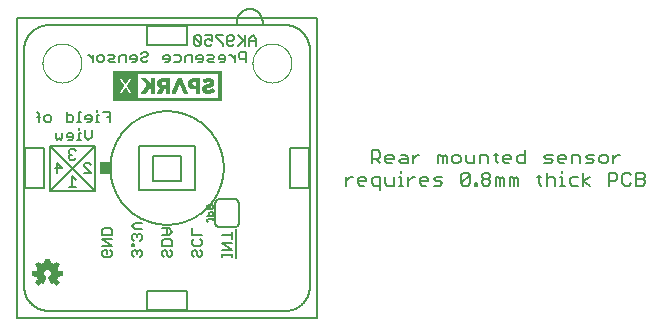
<source format=gbo>
G75*
%MOIN*%
%OFA0B0*%
%FSLAX25Y25*%
%IPPOS*%
%LPD*%
%AMOC8*
5,1,8,0,0,1.08239X$1,22.5*
%
%ADD10C,0.00800*%
%ADD11C,0.00600*%
%ADD12C,0.00700*%
%ADD13C,0.00000*%
%ADD14C,0.00299*%
%ADD15C,0.00039*%
%ADD16C,0.00500*%
%ADD17R,0.03937X0.03937*%
D10*
X0163333Y0075000D02*
X0263333Y0075000D01*
X0263333Y0175000D01*
X0163333Y0175000D01*
X0163333Y0075000D01*
X0173963Y0077362D02*
X0252703Y0077362D01*
X0252903Y0077364D01*
X0253102Y0077372D01*
X0253302Y0077384D01*
X0253501Y0077401D01*
X0253700Y0077422D01*
X0253898Y0077449D01*
X0254095Y0077480D01*
X0254292Y0077516D01*
X0254487Y0077557D01*
X0254682Y0077602D01*
X0254875Y0077652D01*
X0255067Y0077707D01*
X0255258Y0077767D01*
X0255447Y0077831D01*
X0255635Y0077899D01*
X0255821Y0077972D01*
X0256005Y0078050D01*
X0256187Y0078132D01*
X0256367Y0078218D01*
X0256545Y0078309D01*
X0256721Y0078404D01*
X0256895Y0078503D01*
X0257066Y0078607D01*
X0257234Y0078714D01*
X0257400Y0078826D01*
X0257563Y0078941D01*
X0257723Y0079060D01*
X0257880Y0079184D01*
X0258035Y0079311D01*
X0258186Y0079441D01*
X0258334Y0079576D01*
X0258478Y0079713D01*
X0258620Y0079855D01*
X0258757Y0079999D01*
X0258892Y0080147D01*
X0259022Y0080298D01*
X0259149Y0080453D01*
X0259273Y0080610D01*
X0259392Y0080770D01*
X0259507Y0080933D01*
X0259619Y0081099D01*
X0259726Y0081267D01*
X0259830Y0081438D01*
X0259929Y0081612D01*
X0260024Y0081788D01*
X0260115Y0081966D01*
X0260201Y0082146D01*
X0260283Y0082328D01*
X0260361Y0082512D01*
X0260434Y0082698D01*
X0260502Y0082886D01*
X0260566Y0083075D01*
X0260626Y0083266D01*
X0260681Y0083458D01*
X0260731Y0083651D01*
X0260776Y0083846D01*
X0260817Y0084041D01*
X0260853Y0084238D01*
X0260884Y0084435D01*
X0260911Y0084633D01*
X0260932Y0084832D01*
X0260949Y0085031D01*
X0260961Y0085231D01*
X0260969Y0085430D01*
X0260971Y0085630D01*
X0260971Y0164370D01*
X0260969Y0164570D01*
X0260961Y0164769D01*
X0260949Y0164969D01*
X0260932Y0165168D01*
X0260911Y0165367D01*
X0260884Y0165565D01*
X0260853Y0165762D01*
X0260817Y0165959D01*
X0260776Y0166154D01*
X0260731Y0166349D01*
X0260681Y0166542D01*
X0260626Y0166734D01*
X0260566Y0166925D01*
X0260502Y0167114D01*
X0260434Y0167302D01*
X0260361Y0167488D01*
X0260283Y0167672D01*
X0260201Y0167854D01*
X0260115Y0168034D01*
X0260024Y0168212D01*
X0259929Y0168388D01*
X0259830Y0168562D01*
X0259726Y0168733D01*
X0259619Y0168901D01*
X0259507Y0169067D01*
X0259392Y0169230D01*
X0259273Y0169390D01*
X0259149Y0169547D01*
X0259022Y0169702D01*
X0258892Y0169853D01*
X0258757Y0170001D01*
X0258620Y0170145D01*
X0258478Y0170287D01*
X0258334Y0170424D01*
X0258186Y0170559D01*
X0258035Y0170689D01*
X0257880Y0170816D01*
X0257723Y0170940D01*
X0257563Y0171059D01*
X0257400Y0171174D01*
X0257234Y0171286D01*
X0257066Y0171393D01*
X0256895Y0171497D01*
X0256721Y0171596D01*
X0256545Y0171691D01*
X0256367Y0171782D01*
X0256187Y0171868D01*
X0256005Y0171950D01*
X0255821Y0172028D01*
X0255635Y0172101D01*
X0255447Y0172169D01*
X0255258Y0172233D01*
X0255067Y0172293D01*
X0254875Y0172348D01*
X0254682Y0172398D01*
X0254487Y0172443D01*
X0254292Y0172484D01*
X0254095Y0172520D01*
X0253898Y0172551D01*
X0253700Y0172578D01*
X0253501Y0172599D01*
X0253302Y0172616D01*
X0253102Y0172628D01*
X0252903Y0172636D01*
X0252703Y0172638D01*
X0245223Y0172638D01*
X0245223Y0173681D01*
X0245223Y0172638D02*
X0236562Y0172638D01*
X0236562Y0173681D01*
X0236562Y0172638D02*
X0173963Y0172638D01*
X0173763Y0172636D01*
X0173564Y0172628D01*
X0173364Y0172616D01*
X0173165Y0172599D01*
X0172966Y0172578D01*
X0172768Y0172551D01*
X0172571Y0172520D01*
X0172374Y0172484D01*
X0172179Y0172443D01*
X0171984Y0172398D01*
X0171791Y0172348D01*
X0171599Y0172293D01*
X0171408Y0172233D01*
X0171219Y0172169D01*
X0171031Y0172101D01*
X0170845Y0172028D01*
X0170661Y0171950D01*
X0170479Y0171868D01*
X0170299Y0171782D01*
X0170121Y0171691D01*
X0169945Y0171596D01*
X0169771Y0171497D01*
X0169600Y0171393D01*
X0169432Y0171286D01*
X0169266Y0171174D01*
X0169103Y0171059D01*
X0168943Y0170940D01*
X0168786Y0170816D01*
X0168631Y0170689D01*
X0168480Y0170559D01*
X0168332Y0170424D01*
X0168188Y0170287D01*
X0168046Y0170145D01*
X0167909Y0170001D01*
X0167774Y0169853D01*
X0167644Y0169702D01*
X0167517Y0169547D01*
X0167393Y0169390D01*
X0167274Y0169230D01*
X0167159Y0169067D01*
X0167047Y0168901D01*
X0166940Y0168733D01*
X0166836Y0168562D01*
X0166737Y0168388D01*
X0166642Y0168212D01*
X0166551Y0168034D01*
X0166465Y0167854D01*
X0166383Y0167672D01*
X0166305Y0167488D01*
X0166232Y0167302D01*
X0166164Y0167114D01*
X0166100Y0166925D01*
X0166040Y0166734D01*
X0165985Y0166542D01*
X0165935Y0166349D01*
X0165890Y0166154D01*
X0165849Y0165959D01*
X0165813Y0165762D01*
X0165782Y0165565D01*
X0165755Y0165367D01*
X0165734Y0165168D01*
X0165717Y0164969D01*
X0165705Y0164769D01*
X0165697Y0164570D01*
X0165695Y0164370D01*
X0165696Y0164370D02*
X0165696Y0085630D01*
X0165695Y0085630D02*
X0165697Y0085430D01*
X0165705Y0085231D01*
X0165717Y0085031D01*
X0165734Y0084832D01*
X0165755Y0084633D01*
X0165782Y0084435D01*
X0165813Y0084238D01*
X0165849Y0084041D01*
X0165890Y0083846D01*
X0165935Y0083651D01*
X0165985Y0083458D01*
X0166040Y0083266D01*
X0166100Y0083075D01*
X0166164Y0082886D01*
X0166232Y0082698D01*
X0166305Y0082512D01*
X0166383Y0082328D01*
X0166465Y0082146D01*
X0166551Y0081966D01*
X0166642Y0081788D01*
X0166737Y0081612D01*
X0166836Y0081438D01*
X0166940Y0081267D01*
X0167047Y0081099D01*
X0167159Y0080933D01*
X0167274Y0080770D01*
X0167393Y0080610D01*
X0167517Y0080453D01*
X0167644Y0080298D01*
X0167774Y0080147D01*
X0167909Y0079999D01*
X0168046Y0079855D01*
X0168188Y0079713D01*
X0168332Y0079576D01*
X0168480Y0079441D01*
X0168631Y0079311D01*
X0168786Y0079184D01*
X0168943Y0079060D01*
X0169103Y0078941D01*
X0169266Y0078826D01*
X0169432Y0078714D01*
X0169600Y0078607D01*
X0169771Y0078503D01*
X0169945Y0078404D01*
X0170121Y0078309D01*
X0170299Y0078218D01*
X0170479Y0078132D01*
X0170661Y0078050D01*
X0170845Y0077972D01*
X0171031Y0077899D01*
X0171219Y0077831D01*
X0171408Y0077767D01*
X0171599Y0077707D01*
X0171791Y0077652D01*
X0171984Y0077602D01*
X0172179Y0077557D01*
X0172374Y0077516D01*
X0172571Y0077480D01*
X0172768Y0077449D01*
X0172966Y0077422D01*
X0173165Y0077401D01*
X0173364Y0077384D01*
X0173564Y0077372D01*
X0173763Y0077364D01*
X0173963Y0077362D01*
X0273090Y0119150D02*
X0273090Y0121952D01*
X0273090Y0120551D02*
X0274491Y0121952D01*
X0275192Y0121952D01*
X0276927Y0121252D02*
X0277627Y0121952D01*
X0279028Y0121952D01*
X0279729Y0121252D01*
X0279729Y0120551D01*
X0276927Y0120551D01*
X0276927Y0119851D02*
X0276927Y0121252D01*
X0276927Y0119851D02*
X0277627Y0119150D01*
X0279028Y0119150D01*
X0281531Y0119851D02*
X0281531Y0121252D01*
X0282231Y0121952D01*
X0284333Y0121952D01*
X0284333Y0117749D01*
X0284333Y0119150D02*
X0282231Y0119150D01*
X0281531Y0119851D01*
X0286134Y0119851D02*
X0286134Y0121952D01*
X0286134Y0119851D02*
X0286835Y0119150D01*
X0288937Y0119150D01*
X0288937Y0121952D01*
X0290738Y0121952D02*
X0291439Y0121952D01*
X0291439Y0119150D01*
X0290738Y0119150D02*
X0292140Y0119150D01*
X0293808Y0119150D02*
X0293808Y0121952D01*
X0293808Y0120551D02*
X0295209Y0121952D01*
X0295909Y0121952D01*
X0297644Y0121252D02*
X0297644Y0119851D01*
X0298345Y0119150D01*
X0299746Y0119150D01*
X0300447Y0120551D02*
X0297644Y0120551D01*
X0297644Y0121252D02*
X0298345Y0121952D01*
X0299746Y0121952D01*
X0300447Y0121252D01*
X0300447Y0120551D01*
X0302248Y0121252D02*
X0302949Y0121952D01*
X0305051Y0121952D01*
X0304350Y0120551D02*
X0302949Y0120551D01*
X0302248Y0121252D01*
X0302248Y0119150D02*
X0304350Y0119150D01*
X0305051Y0119851D01*
X0304350Y0120551D01*
X0311456Y0119851D02*
X0314258Y0122653D01*
X0314258Y0119851D01*
X0313558Y0119150D01*
X0312157Y0119150D01*
X0311456Y0119851D01*
X0311456Y0122653D01*
X0312157Y0123354D01*
X0313558Y0123354D01*
X0314258Y0122653D01*
X0318362Y0122653D02*
X0318362Y0121952D01*
X0319063Y0121252D01*
X0320464Y0121252D01*
X0321164Y0120551D01*
X0321164Y0119851D01*
X0320464Y0119150D01*
X0319063Y0119150D01*
X0318362Y0119851D01*
X0318362Y0120551D01*
X0319063Y0121252D01*
X0320464Y0121252D02*
X0321164Y0121952D01*
X0321164Y0122653D01*
X0320464Y0123354D01*
X0319063Y0123354D01*
X0318362Y0122653D01*
X0322966Y0121952D02*
X0323666Y0121952D01*
X0324367Y0121252D01*
X0325068Y0121952D01*
X0325768Y0121252D01*
X0325768Y0119150D01*
X0324367Y0119150D02*
X0324367Y0121252D01*
X0322966Y0121952D02*
X0322966Y0119150D01*
X0327570Y0119150D02*
X0327570Y0121952D01*
X0328270Y0121952D01*
X0328971Y0121252D01*
X0329672Y0121952D01*
X0330372Y0121252D01*
X0330372Y0119150D01*
X0328971Y0119150D02*
X0328971Y0121252D01*
X0336778Y0121952D02*
X0338179Y0121952D01*
X0337478Y0122653D02*
X0337478Y0119851D01*
X0338179Y0119150D01*
X0339847Y0119150D02*
X0339847Y0123354D01*
X0340548Y0121952D02*
X0341949Y0121952D01*
X0342649Y0121252D01*
X0342649Y0119150D01*
X0344451Y0119150D02*
X0345852Y0119150D01*
X0345151Y0119150D02*
X0345151Y0121952D01*
X0344451Y0121952D01*
X0345151Y0123354D02*
X0345151Y0124054D01*
X0345785Y0126650D02*
X0344384Y0126650D01*
X0343684Y0127351D01*
X0343684Y0128752D01*
X0344384Y0129452D01*
X0345785Y0129452D01*
X0346486Y0128752D01*
X0346486Y0128051D01*
X0343684Y0128051D01*
X0341882Y0127351D02*
X0341181Y0128051D01*
X0339780Y0128051D01*
X0339080Y0128752D01*
X0339780Y0129452D01*
X0341882Y0129452D01*
X0341882Y0127351D02*
X0341181Y0126650D01*
X0339080Y0126650D01*
X0332674Y0126650D02*
X0330572Y0126650D01*
X0329872Y0127351D01*
X0329872Y0128752D01*
X0330572Y0129452D01*
X0332674Y0129452D01*
X0332674Y0130854D02*
X0332674Y0126650D01*
X0328070Y0128051D02*
X0325268Y0128051D01*
X0325268Y0127351D02*
X0325268Y0128752D01*
X0325968Y0129452D01*
X0327370Y0129452D01*
X0328070Y0128752D01*
X0328070Y0128051D01*
X0327370Y0126650D02*
X0325968Y0126650D01*
X0325268Y0127351D01*
X0323600Y0126650D02*
X0322899Y0127351D01*
X0322899Y0130153D01*
X0322199Y0129452D02*
X0323600Y0129452D01*
X0320397Y0128752D02*
X0320397Y0126650D01*
X0320397Y0128752D02*
X0319696Y0129452D01*
X0317595Y0129452D01*
X0317595Y0126650D01*
X0315793Y0126650D02*
X0315793Y0129452D01*
X0312991Y0129452D02*
X0312991Y0127351D01*
X0313691Y0126650D01*
X0315793Y0126650D01*
X0311189Y0127351D02*
X0311189Y0128752D01*
X0310489Y0129452D01*
X0309087Y0129452D01*
X0308387Y0128752D01*
X0308387Y0127351D01*
X0309087Y0126650D01*
X0310489Y0126650D01*
X0311189Y0127351D01*
X0306585Y0126650D02*
X0306585Y0128752D01*
X0305885Y0129452D01*
X0305184Y0128752D01*
X0305184Y0126650D01*
X0303783Y0126650D02*
X0303783Y0129452D01*
X0304483Y0129452D01*
X0305184Y0128752D01*
X0297444Y0129452D02*
X0296744Y0129452D01*
X0295342Y0128051D01*
X0295342Y0126650D02*
X0295342Y0129452D01*
X0293541Y0128752D02*
X0292840Y0129452D01*
X0291439Y0129452D01*
X0291439Y0128051D02*
X0293541Y0128051D01*
X0293541Y0128752D02*
X0293541Y0126650D01*
X0291439Y0126650D01*
X0290738Y0127351D01*
X0291439Y0128051D01*
X0288937Y0128051D02*
X0286135Y0128051D01*
X0286135Y0127351D02*
X0286135Y0128752D01*
X0286835Y0129452D01*
X0288236Y0129452D01*
X0288937Y0128752D01*
X0288937Y0128051D01*
X0288236Y0126650D02*
X0286835Y0126650D01*
X0286135Y0127351D01*
X0284333Y0126650D02*
X0282932Y0128051D01*
X0283632Y0128051D02*
X0281531Y0128051D01*
X0281531Y0126650D02*
X0281531Y0130854D01*
X0283632Y0130854D01*
X0284333Y0130153D01*
X0284333Y0128752D01*
X0283632Y0128051D01*
X0291439Y0124054D02*
X0291439Y0123354D01*
X0316060Y0119851D02*
X0316761Y0119851D01*
X0316761Y0119150D01*
X0316060Y0119150D01*
X0316060Y0119851D01*
X0339847Y0121252D02*
X0340548Y0121952D01*
X0347520Y0121252D02*
X0347520Y0119851D01*
X0348221Y0119150D01*
X0350323Y0119150D01*
X0352124Y0119150D02*
X0352124Y0123354D01*
X0350323Y0121952D02*
X0348221Y0121952D01*
X0347520Y0121252D01*
X0352124Y0120551D02*
X0354226Y0121952D01*
X0352124Y0120551D02*
X0354226Y0119150D01*
X0360565Y0119150D02*
X0360565Y0123354D01*
X0362666Y0123354D01*
X0363367Y0122653D01*
X0363367Y0121252D01*
X0362666Y0120551D01*
X0360565Y0120551D01*
X0365169Y0119851D02*
X0365869Y0119150D01*
X0367270Y0119150D01*
X0367971Y0119851D01*
X0369772Y0119150D02*
X0371874Y0119150D01*
X0372575Y0119851D01*
X0372575Y0120551D01*
X0371874Y0121252D01*
X0369772Y0121252D01*
X0369772Y0119150D02*
X0369772Y0123354D01*
X0371874Y0123354D01*
X0372575Y0122653D01*
X0372575Y0121952D01*
X0371874Y0121252D01*
X0367971Y0122653D02*
X0367270Y0123354D01*
X0365869Y0123354D01*
X0365169Y0122653D01*
X0365169Y0119851D01*
X0362099Y0126650D02*
X0362099Y0129452D01*
X0362099Y0128051D02*
X0363500Y0129452D01*
X0364201Y0129452D01*
X0360298Y0128752D02*
X0359597Y0129452D01*
X0358196Y0129452D01*
X0357495Y0128752D01*
X0357495Y0127351D01*
X0358196Y0126650D01*
X0359597Y0126650D01*
X0360298Y0127351D01*
X0360298Y0128752D01*
X0355694Y0129452D02*
X0353592Y0129452D01*
X0352891Y0128752D01*
X0353592Y0128051D01*
X0354993Y0128051D01*
X0355694Y0127351D01*
X0354993Y0126650D01*
X0352891Y0126650D01*
X0351090Y0126650D02*
X0351090Y0128752D01*
X0350389Y0129452D01*
X0348287Y0129452D01*
X0348287Y0126650D01*
X0245223Y0173681D02*
X0245221Y0173812D01*
X0245215Y0173942D01*
X0245205Y0174073D01*
X0245191Y0174203D01*
X0245174Y0174333D01*
X0245152Y0174462D01*
X0245127Y0174590D01*
X0245097Y0174717D01*
X0245064Y0174844D01*
X0245027Y0174969D01*
X0244986Y0175094D01*
X0244942Y0175217D01*
X0244893Y0175338D01*
X0244841Y0175458D01*
X0244786Y0175577D01*
X0244727Y0175694D01*
X0244664Y0175809D01*
X0244598Y0175922D01*
X0244529Y0176033D01*
X0244456Y0176141D01*
X0244380Y0176248D01*
X0244301Y0176352D01*
X0244219Y0176454D01*
X0244134Y0176553D01*
X0244046Y0176650D01*
X0243954Y0176743D01*
X0243861Y0176835D01*
X0243764Y0176923D01*
X0243665Y0177008D01*
X0243563Y0177090D01*
X0243459Y0177169D01*
X0243352Y0177245D01*
X0243244Y0177318D01*
X0243133Y0177387D01*
X0243020Y0177453D01*
X0242905Y0177516D01*
X0242788Y0177575D01*
X0242669Y0177630D01*
X0242549Y0177682D01*
X0242428Y0177731D01*
X0242305Y0177775D01*
X0242180Y0177816D01*
X0242055Y0177853D01*
X0241928Y0177886D01*
X0241801Y0177916D01*
X0241673Y0177941D01*
X0241544Y0177963D01*
X0241414Y0177980D01*
X0241284Y0177994D01*
X0241153Y0178004D01*
X0241023Y0178010D01*
X0240892Y0178012D01*
X0240761Y0178010D01*
X0240631Y0178004D01*
X0240500Y0177994D01*
X0240370Y0177980D01*
X0240240Y0177963D01*
X0240111Y0177941D01*
X0239983Y0177916D01*
X0239856Y0177886D01*
X0239729Y0177853D01*
X0239604Y0177816D01*
X0239479Y0177775D01*
X0239356Y0177731D01*
X0239235Y0177682D01*
X0239115Y0177630D01*
X0238996Y0177575D01*
X0238879Y0177516D01*
X0238764Y0177453D01*
X0238651Y0177387D01*
X0238540Y0177318D01*
X0238432Y0177245D01*
X0238325Y0177169D01*
X0238221Y0177090D01*
X0238119Y0177008D01*
X0238020Y0176923D01*
X0237923Y0176835D01*
X0237830Y0176743D01*
X0237738Y0176650D01*
X0237650Y0176553D01*
X0237565Y0176454D01*
X0237483Y0176352D01*
X0237404Y0176248D01*
X0237328Y0176141D01*
X0237255Y0176033D01*
X0237186Y0175922D01*
X0237120Y0175809D01*
X0237057Y0175694D01*
X0236998Y0175577D01*
X0236943Y0175458D01*
X0236891Y0175338D01*
X0236842Y0175217D01*
X0236798Y0175094D01*
X0236757Y0174969D01*
X0236720Y0174844D01*
X0236687Y0174717D01*
X0236657Y0174590D01*
X0236632Y0174462D01*
X0236610Y0174333D01*
X0236593Y0174203D01*
X0236579Y0174073D01*
X0236569Y0173942D01*
X0236563Y0173812D01*
X0236561Y0173681D01*
X0194435Y0125000D02*
X0194441Y0125464D01*
X0194458Y0125927D01*
X0194486Y0126390D01*
X0194526Y0126852D01*
X0194577Y0127313D01*
X0194640Y0127773D01*
X0194713Y0128231D01*
X0194798Y0128687D01*
X0194894Y0129141D01*
X0195001Y0129592D01*
X0195120Y0130040D01*
X0195249Y0130486D01*
X0195389Y0130928D01*
X0195540Y0131367D01*
X0195701Y0131801D01*
X0195874Y0132232D01*
X0196056Y0132658D01*
X0196249Y0133080D01*
X0196453Y0133497D01*
X0196666Y0133908D01*
X0196890Y0134315D01*
X0197124Y0134716D01*
X0197367Y0135110D01*
X0197620Y0135499D01*
X0197882Y0135882D01*
X0198154Y0136258D01*
X0198435Y0136627D01*
X0198725Y0136989D01*
X0199023Y0137344D01*
X0199331Y0137691D01*
X0199646Y0138031D01*
X0199970Y0138363D01*
X0200302Y0138687D01*
X0200642Y0139002D01*
X0200989Y0139310D01*
X0201344Y0139608D01*
X0201706Y0139898D01*
X0202075Y0140179D01*
X0202451Y0140451D01*
X0202834Y0140713D01*
X0203223Y0140966D01*
X0203617Y0141209D01*
X0204018Y0141443D01*
X0204425Y0141667D01*
X0204836Y0141880D01*
X0205253Y0142084D01*
X0205675Y0142277D01*
X0206101Y0142459D01*
X0206532Y0142632D01*
X0206966Y0142793D01*
X0207405Y0142944D01*
X0207847Y0143084D01*
X0208293Y0143213D01*
X0208741Y0143332D01*
X0209192Y0143439D01*
X0209646Y0143535D01*
X0210102Y0143620D01*
X0210560Y0143693D01*
X0211020Y0143756D01*
X0211481Y0143807D01*
X0211943Y0143847D01*
X0212406Y0143875D01*
X0212869Y0143892D01*
X0213333Y0143898D01*
X0213797Y0143892D01*
X0214260Y0143875D01*
X0214723Y0143847D01*
X0215185Y0143807D01*
X0215646Y0143756D01*
X0216106Y0143693D01*
X0216564Y0143620D01*
X0217020Y0143535D01*
X0217474Y0143439D01*
X0217925Y0143332D01*
X0218373Y0143213D01*
X0218819Y0143084D01*
X0219261Y0142944D01*
X0219700Y0142793D01*
X0220134Y0142632D01*
X0220565Y0142459D01*
X0220991Y0142277D01*
X0221413Y0142084D01*
X0221830Y0141880D01*
X0222241Y0141667D01*
X0222648Y0141443D01*
X0223049Y0141209D01*
X0223443Y0140966D01*
X0223832Y0140713D01*
X0224215Y0140451D01*
X0224591Y0140179D01*
X0224960Y0139898D01*
X0225322Y0139608D01*
X0225677Y0139310D01*
X0226024Y0139002D01*
X0226364Y0138687D01*
X0226696Y0138363D01*
X0227020Y0138031D01*
X0227335Y0137691D01*
X0227643Y0137344D01*
X0227941Y0136989D01*
X0228231Y0136627D01*
X0228512Y0136258D01*
X0228784Y0135882D01*
X0229046Y0135499D01*
X0229299Y0135110D01*
X0229542Y0134716D01*
X0229776Y0134315D01*
X0230000Y0133908D01*
X0230213Y0133497D01*
X0230417Y0133080D01*
X0230610Y0132658D01*
X0230792Y0132232D01*
X0230965Y0131801D01*
X0231126Y0131367D01*
X0231277Y0130928D01*
X0231417Y0130486D01*
X0231546Y0130040D01*
X0231665Y0129592D01*
X0231772Y0129141D01*
X0231868Y0128687D01*
X0231953Y0128231D01*
X0232026Y0127773D01*
X0232089Y0127313D01*
X0232140Y0126852D01*
X0232180Y0126390D01*
X0232208Y0125927D01*
X0232225Y0125464D01*
X0232231Y0125000D01*
X0232225Y0124536D01*
X0232208Y0124073D01*
X0232180Y0123610D01*
X0232140Y0123148D01*
X0232089Y0122687D01*
X0232026Y0122227D01*
X0231953Y0121769D01*
X0231868Y0121313D01*
X0231772Y0120859D01*
X0231665Y0120408D01*
X0231546Y0119960D01*
X0231417Y0119514D01*
X0231277Y0119072D01*
X0231126Y0118633D01*
X0230965Y0118199D01*
X0230792Y0117768D01*
X0230610Y0117342D01*
X0230417Y0116920D01*
X0230213Y0116503D01*
X0230000Y0116092D01*
X0229776Y0115685D01*
X0229542Y0115284D01*
X0229299Y0114890D01*
X0229046Y0114501D01*
X0228784Y0114118D01*
X0228512Y0113742D01*
X0228231Y0113373D01*
X0227941Y0113011D01*
X0227643Y0112656D01*
X0227335Y0112309D01*
X0227020Y0111969D01*
X0226696Y0111637D01*
X0226364Y0111313D01*
X0226024Y0110998D01*
X0225677Y0110690D01*
X0225322Y0110392D01*
X0224960Y0110102D01*
X0224591Y0109821D01*
X0224215Y0109549D01*
X0223832Y0109287D01*
X0223443Y0109034D01*
X0223049Y0108791D01*
X0222648Y0108557D01*
X0222241Y0108333D01*
X0221830Y0108120D01*
X0221413Y0107916D01*
X0220991Y0107723D01*
X0220565Y0107541D01*
X0220134Y0107368D01*
X0219700Y0107207D01*
X0219261Y0107056D01*
X0218819Y0106916D01*
X0218373Y0106787D01*
X0217925Y0106668D01*
X0217474Y0106561D01*
X0217020Y0106465D01*
X0216564Y0106380D01*
X0216106Y0106307D01*
X0215646Y0106244D01*
X0215185Y0106193D01*
X0214723Y0106153D01*
X0214260Y0106125D01*
X0213797Y0106108D01*
X0213333Y0106102D01*
X0212869Y0106108D01*
X0212406Y0106125D01*
X0211943Y0106153D01*
X0211481Y0106193D01*
X0211020Y0106244D01*
X0210560Y0106307D01*
X0210102Y0106380D01*
X0209646Y0106465D01*
X0209192Y0106561D01*
X0208741Y0106668D01*
X0208293Y0106787D01*
X0207847Y0106916D01*
X0207405Y0107056D01*
X0206966Y0107207D01*
X0206532Y0107368D01*
X0206101Y0107541D01*
X0205675Y0107723D01*
X0205253Y0107916D01*
X0204836Y0108120D01*
X0204425Y0108333D01*
X0204018Y0108557D01*
X0203617Y0108791D01*
X0203223Y0109034D01*
X0202834Y0109287D01*
X0202451Y0109549D01*
X0202075Y0109821D01*
X0201706Y0110102D01*
X0201344Y0110392D01*
X0200989Y0110690D01*
X0200642Y0110998D01*
X0200302Y0111313D01*
X0199970Y0111637D01*
X0199646Y0111969D01*
X0199331Y0112309D01*
X0199023Y0112656D01*
X0198725Y0113011D01*
X0198435Y0113373D01*
X0198154Y0113742D01*
X0197882Y0114118D01*
X0197620Y0114501D01*
X0197367Y0114890D01*
X0197124Y0115284D01*
X0196890Y0115685D01*
X0196666Y0116092D01*
X0196453Y0116503D01*
X0196249Y0116920D01*
X0196056Y0117342D01*
X0195874Y0117768D01*
X0195701Y0118199D01*
X0195540Y0118633D01*
X0195389Y0119072D01*
X0195249Y0119514D01*
X0195120Y0119960D01*
X0195001Y0120408D01*
X0194894Y0120859D01*
X0194798Y0121313D01*
X0194713Y0121769D01*
X0194640Y0122227D01*
X0194577Y0122687D01*
X0194526Y0123148D01*
X0194486Y0123610D01*
X0194458Y0124073D01*
X0194441Y0124536D01*
X0194435Y0125000D01*
D11*
X0187875Y0126136D02*
X0187308Y0126703D01*
X0186173Y0126703D01*
X0185606Y0126136D01*
X0185606Y0125569D01*
X0187875Y0123300D01*
X0185606Y0123300D01*
X0182875Y0121069D02*
X0181741Y0122203D01*
X0181741Y0118800D01*
X0182875Y0118800D02*
X0180606Y0118800D01*
X0176673Y0123300D02*
X0176673Y0126703D01*
X0178375Y0125001D01*
X0176106Y0125001D01*
X0180606Y0128367D02*
X0181173Y0127800D01*
X0182308Y0127800D01*
X0182875Y0128367D01*
X0181741Y0129501D02*
X0181173Y0129501D01*
X0180606Y0128934D01*
X0180606Y0128367D01*
X0181173Y0129501D02*
X0180606Y0130069D01*
X0180606Y0130636D01*
X0181173Y0131203D01*
X0182308Y0131203D01*
X0182875Y0130636D01*
X0183468Y0134300D02*
X0184603Y0134300D01*
X0184035Y0134300D02*
X0184035Y0136569D01*
X0184603Y0136569D01*
X0184035Y0137703D02*
X0184035Y0138270D01*
X0184035Y0140300D02*
X0184035Y0143703D01*
X0184603Y0143703D01*
X0186017Y0142001D02*
X0186017Y0141434D01*
X0188286Y0141434D01*
X0188286Y0140867D02*
X0188286Y0142001D01*
X0187719Y0142569D01*
X0186584Y0142569D01*
X0186017Y0142001D01*
X0186584Y0140300D02*
X0187719Y0140300D01*
X0188286Y0140867D01*
X0189607Y0140300D02*
X0190741Y0140300D01*
X0190174Y0140300D02*
X0190174Y0142569D01*
X0190741Y0142569D01*
X0190174Y0143703D02*
X0190174Y0144270D01*
X0192156Y0143703D02*
X0194424Y0143703D01*
X0194424Y0140300D01*
X0194424Y0142001D02*
X0193290Y0142001D01*
X0184603Y0140300D02*
X0183468Y0140300D01*
X0182147Y0140867D02*
X0182147Y0142001D01*
X0181580Y0142569D01*
X0179879Y0142569D01*
X0179879Y0143703D02*
X0179879Y0140300D01*
X0181580Y0140300D01*
X0182147Y0140867D01*
X0181580Y0136569D02*
X0180446Y0136569D01*
X0179879Y0136001D01*
X0179879Y0135434D01*
X0182147Y0135434D01*
X0182147Y0134867D02*
X0182147Y0136001D01*
X0181580Y0136569D01*
X0182147Y0134867D02*
X0181580Y0134300D01*
X0180446Y0134300D01*
X0178464Y0134867D02*
X0177897Y0134300D01*
X0177330Y0134867D01*
X0176763Y0134300D01*
X0176195Y0134867D01*
X0176195Y0136569D01*
X0178464Y0136569D02*
X0178464Y0134867D01*
X0186017Y0135434D02*
X0187151Y0134300D01*
X0188286Y0135434D01*
X0188286Y0137703D01*
X0186017Y0137703D02*
X0186017Y0135434D01*
X0174781Y0140867D02*
X0174214Y0140300D01*
X0173079Y0140300D01*
X0172512Y0140867D01*
X0172512Y0142001D01*
X0173079Y0142569D01*
X0174214Y0142569D01*
X0174781Y0142001D01*
X0174781Y0140867D01*
X0171098Y0142001D02*
X0169963Y0142001D01*
X0170531Y0143136D02*
X0169963Y0143703D01*
X0170531Y0143136D02*
X0170531Y0140300D01*
X0188593Y0160300D02*
X0188593Y0162569D01*
X0187459Y0162569D02*
X0186891Y0162569D01*
X0187459Y0162569D02*
X0188593Y0161434D01*
X0190007Y0160867D02*
X0190007Y0162001D01*
X0190575Y0162569D01*
X0191709Y0162569D01*
X0192276Y0162001D01*
X0192276Y0160867D01*
X0191709Y0160300D01*
X0190575Y0160300D01*
X0190007Y0160867D01*
X0193691Y0160867D02*
X0194258Y0161434D01*
X0195392Y0161434D01*
X0195959Y0162001D01*
X0195392Y0162569D01*
X0193691Y0162569D01*
X0193691Y0160867D02*
X0194258Y0160300D01*
X0195959Y0160300D01*
X0197374Y0160300D02*
X0197374Y0162001D01*
X0197941Y0162569D01*
X0199642Y0162569D01*
X0199642Y0160300D01*
X0201057Y0161434D02*
X0203325Y0161434D01*
X0203325Y0160867D02*
X0203325Y0162001D01*
X0202758Y0162569D01*
X0201624Y0162569D01*
X0201057Y0162001D01*
X0201057Y0161434D01*
X0201624Y0160300D02*
X0202758Y0160300D01*
X0203325Y0160867D01*
X0204740Y0160867D02*
X0205307Y0160300D01*
X0206441Y0160300D01*
X0207009Y0160867D01*
X0206441Y0162001D02*
X0205307Y0162001D01*
X0204740Y0161434D01*
X0204740Y0160867D01*
X0206441Y0162001D02*
X0207009Y0162569D01*
X0207009Y0163136D01*
X0206441Y0163703D01*
X0205307Y0163703D01*
X0204740Y0163136D01*
X0212106Y0162001D02*
X0212106Y0161434D01*
X0214375Y0161434D01*
X0214375Y0160867D02*
X0214375Y0162001D01*
X0213808Y0162569D01*
X0212673Y0162569D01*
X0212106Y0162001D01*
X0212673Y0160300D02*
X0213808Y0160300D01*
X0214375Y0160867D01*
X0215789Y0160300D02*
X0217491Y0160300D01*
X0218058Y0160867D01*
X0218058Y0162001D01*
X0217491Y0162569D01*
X0215789Y0162569D01*
X0219473Y0162001D02*
X0219473Y0160300D01*
X0219473Y0162001D02*
X0220040Y0162569D01*
X0221741Y0162569D01*
X0221741Y0160300D01*
X0223156Y0161434D02*
X0225424Y0161434D01*
X0225424Y0160867D02*
X0225424Y0162001D01*
X0224857Y0162569D01*
X0223723Y0162569D01*
X0223156Y0162001D01*
X0223156Y0161434D01*
X0223723Y0160300D02*
X0224857Y0160300D01*
X0225424Y0160867D01*
X0226839Y0160867D02*
X0227406Y0161434D01*
X0228540Y0161434D01*
X0229108Y0162001D01*
X0228540Y0162569D01*
X0226839Y0162569D01*
X0226839Y0160867D02*
X0227406Y0160300D01*
X0229108Y0160300D01*
X0230522Y0161434D02*
X0232791Y0161434D01*
X0232791Y0160867D02*
X0232791Y0162001D01*
X0232223Y0162569D01*
X0231089Y0162569D01*
X0230522Y0162001D01*
X0230522Y0161434D01*
X0231089Y0160300D02*
X0232223Y0160300D01*
X0232791Y0160867D01*
X0234158Y0162569D02*
X0234726Y0162569D01*
X0235860Y0161434D01*
X0235860Y0160300D02*
X0235860Y0162569D01*
X0237274Y0163136D02*
X0237842Y0163703D01*
X0239543Y0163703D01*
X0239543Y0160300D01*
X0239543Y0161434D02*
X0237842Y0161434D01*
X0237274Y0162001D01*
X0237274Y0163136D01*
X0237131Y0165800D02*
X0238832Y0167501D01*
X0239400Y0166934D02*
X0237131Y0169203D01*
X0235716Y0168636D02*
X0235716Y0168069D01*
X0235149Y0167501D01*
X0233448Y0167501D01*
X0233448Y0166367D02*
X0233448Y0168636D01*
X0234015Y0169203D01*
X0235149Y0169203D01*
X0235716Y0168636D01*
X0235716Y0166367D02*
X0235149Y0165800D01*
X0234015Y0165800D01*
X0233448Y0166367D01*
X0232033Y0166367D02*
X0229765Y0168636D01*
X0229765Y0169203D01*
X0232033Y0169203D01*
X0228350Y0169203D02*
X0228350Y0167501D01*
X0227216Y0168069D01*
X0226649Y0168069D01*
X0226082Y0167501D01*
X0226082Y0166367D01*
X0226649Y0165800D01*
X0227783Y0165800D01*
X0228350Y0166367D01*
X0224667Y0166367D02*
X0224667Y0168636D01*
X0224100Y0169203D01*
X0222966Y0169203D01*
X0222398Y0168636D01*
X0224667Y0166367D01*
X0224100Y0165800D01*
X0222966Y0165800D01*
X0222398Y0166367D01*
X0222398Y0168636D01*
X0226082Y0169203D02*
X0228350Y0169203D01*
X0232033Y0166367D02*
X0232033Y0165800D01*
X0239400Y0165800D02*
X0239400Y0169203D01*
X0240814Y0168069D02*
X0240814Y0165800D01*
X0240814Y0167501D02*
X0243083Y0167501D01*
X0243083Y0168069D02*
X0241948Y0169203D01*
X0240814Y0168069D01*
X0243083Y0168069D02*
X0243083Y0165800D01*
X0235533Y0114800D02*
X0231133Y0114800D01*
X0231050Y0114798D01*
X0230967Y0114792D01*
X0230884Y0114783D01*
X0230802Y0114769D01*
X0230721Y0114752D01*
X0230640Y0114731D01*
X0230561Y0114707D01*
X0230483Y0114678D01*
X0230406Y0114647D01*
X0230331Y0114611D01*
X0230257Y0114573D01*
X0230185Y0114530D01*
X0230116Y0114485D01*
X0230048Y0114436D01*
X0229983Y0114385D01*
X0229920Y0114330D01*
X0229860Y0114273D01*
X0229803Y0114213D01*
X0229748Y0114150D01*
X0229697Y0114085D01*
X0229648Y0114017D01*
X0229603Y0113948D01*
X0229560Y0113876D01*
X0229522Y0113802D01*
X0229486Y0113727D01*
X0229455Y0113650D01*
X0229426Y0113572D01*
X0229402Y0113493D01*
X0229381Y0113412D01*
X0229364Y0113331D01*
X0229350Y0113249D01*
X0229341Y0113166D01*
X0229335Y0113083D01*
X0229333Y0113000D01*
X0229333Y0107000D01*
X0229335Y0106917D01*
X0229341Y0106834D01*
X0229350Y0106751D01*
X0229364Y0106669D01*
X0229381Y0106588D01*
X0229402Y0106507D01*
X0229426Y0106428D01*
X0229455Y0106350D01*
X0229486Y0106273D01*
X0229522Y0106198D01*
X0229560Y0106124D01*
X0229603Y0106052D01*
X0229648Y0105983D01*
X0229697Y0105915D01*
X0229748Y0105850D01*
X0229803Y0105787D01*
X0229860Y0105727D01*
X0229920Y0105670D01*
X0229983Y0105615D01*
X0230048Y0105564D01*
X0230116Y0105515D01*
X0230185Y0105470D01*
X0230257Y0105427D01*
X0230331Y0105389D01*
X0230406Y0105353D01*
X0230483Y0105322D01*
X0230561Y0105293D01*
X0230640Y0105269D01*
X0230721Y0105248D01*
X0230802Y0105231D01*
X0230884Y0105217D01*
X0230967Y0105208D01*
X0231050Y0105202D01*
X0231133Y0105200D01*
X0235533Y0105200D01*
X0236233Y0104822D02*
X0236233Y0095000D01*
X0235036Y0095300D02*
X0235036Y0096434D01*
X0235036Y0095867D02*
X0231633Y0095867D01*
X0231633Y0095300D02*
X0231633Y0096434D01*
X0231633Y0097755D02*
X0235036Y0097755D01*
X0231633Y0100024D01*
X0235036Y0100024D01*
X0235036Y0101439D02*
X0235036Y0103707D01*
X0235036Y0102573D02*
X0231633Y0102573D01*
X0225036Y0102666D02*
X0221633Y0102666D01*
X0221633Y0104935D01*
X0215036Y0103801D02*
X0213902Y0104935D01*
X0211633Y0104935D01*
X0213335Y0104935D02*
X0213335Y0102666D01*
X0213902Y0102666D02*
X0215036Y0103801D01*
X0213902Y0102666D02*
X0211633Y0102666D01*
X0212200Y0101252D02*
X0214469Y0101252D01*
X0215036Y0100685D01*
X0215036Y0098983D01*
X0211633Y0098983D01*
X0211633Y0100685D01*
X0212200Y0101252D01*
X0212200Y0097569D02*
X0211633Y0097001D01*
X0211633Y0095867D01*
X0212200Y0095300D01*
X0213335Y0095867D02*
X0213335Y0097001D01*
X0212768Y0097569D01*
X0212200Y0097569D01*
X0213335Y0095867D02*
X0213902Y0095300D01*
X0214469Y0095300D01*
X0215036Y0095867D01*
X0215036Y0097001D01*
X0214469Y0097569D01*
X0221633Y0097001D02*
X0221633Y0095867D01*
X0222200Y0095300D01*
X0223335Y0095867D02*
X0223335Y0097001D01*
X0222768Y0097569D01*
X0222200Y0097569D01*
X0221633Y0097001D01*
X0223335Y0095867D02*
X0223902Y0095300D01*
X0224469Y0095300D01*
X0225036Y0095867D01*
X0225036Y0097001D01*
X0224469Y0097569D01*
X0224469Y0098983D02*
X0222200Y0098983D01*
X0221633Y0099550D01*
X0221633Y0100685D01*
X0222200Y0101252D01*
X0224469Y0101252D02*
X0225036Y0100685D01*
X0225036Y0099550D01*
X0224469Y0098983D01*
X0235533Y0105200D02*
X0235616Y0105202D01*
X0235699Y0105208D01*
X0235782Y0105217D01*
X0235864Y0105231D01*
X0235945Y0105248D01*
X0236026Y0105269D01*
X0236105Y0105293D01*
X0236183Y0105322D01*
X0236260Y0105353D01*
X0236335Y0105389D01*
X0236409Y0105427D01*
X0236481Y0105470D01*
X0236550Y0105515D01*
X0236618Y0105564D01*
X0236683Y0105615D01*
X0236746Y0105670D01*
X0236806Y0105727D01*
X0236863Y0105787D01*
X0236918Y0105850D01*
X0236969Y0105915D01*
X0237018Y0105983D01*
X0237063Y0106052D01*
X0237106Y0106124D01*
X0237144Y0106198D01*
X0237180Y0106273D01*
X0237211Y0106350D01*
X0237240Y0106428D01*
X0237264Y0106507D01*
X0237285Y0106588D01*
X0237302Y0106669D01*
X0237316Y0106751D01*
X0237325Y0106834D01*
X0237331Y0106917D01*
X0237333Y0107000D01*
X0237333Y0113000D01*
X0237331Y0113083D01*
X0237325Y0113166D01*
X0237316Y0113249D01*
X0237302Y0113331D01*
X0237285Y0113412D01*
X0237264Y0113493D01*
X0237240Y0113572D01*
X0237211Y0113650D01*
X0237180Y0113727D01*
X0237144Y0113802D01*
X0237106Y0113876D01*
X0237063Y0113948D01*
X0237018Y0114017D01*
X0236969Y0114085D01*
X0236918Y0114150D01*
X0236863Y0114213D01*
X0236806Y0114273D01*
X0236746Y0114330D01*
X0236683Y0114385D01*
X0236618Y0114436D01*
X0236550Y0114485D01*
X0236481Y0114530D01*
X0236409Y0114573D01*
X0236335Y0114611D01*
X0236260Y0114647D01*
X0236183Y0114678D01*
X0236105Y0114707D01*
X0236026Y0114731D01*
X0235945Y0114752D01*
X0235864Y0114769D01*
X0235782Y0114783D01*
X0235699Y0114792D01*
X0235616Y0114798D01*
X0235533Y0114800D01*
X0205036Y0106776D02*
X0202768Y0106776D01*
X0201633Y0105642D01*
X0202768Y0104508D01*
X0205036Y0104508D01*
X0204469Y0103093D02*
X0203902Y0103093D01*
X0203335Y0102526D01*
X0202768Y0103093D01*
X0202200Y0103093D01*
X0201633Y0102526D01*
X0201633Y0101392D01*
X0202200Y0100825D01*
X0202200Y0099550D02*
X0201633Y0099550D01*
X0201633Y0098983D01*
X0202200Y0098983D01*
X0202200Y0099550D01*
X0202200Y0097569D02*
X0201633Y0097001D01*
X0201633Y0095867D01*
X0202200Y0095300D01*
X0203335Y0096434D02*
X0203335Y0097001D01*
X0202768Y0097569D01*
X0202200Y0097569D01*
X0203335Y0097001D02*
X0203902Y0097569D01*
X0204469Y0097569D01*
X0205036Y0097001D01*
X0205036Y0095867D01*
X0204469Y0095300D01*
X0195036Y0095867D02*
X0194469Y0095300D01*
X0192200Y0095300D01*
X0191633Y0095867D01*
X0191633Y0097001D01*
X0192200Y0097569D01*
X0193335Y0097569D01*
X0193335Y0096434D01*
X0194469Y0097569D02*
X0195036Y0097001D01*
X0195036Y0095867D01*
X0195036Y0098983D02*
X0191633Y0098983D01*
X0191633Y0101252D02*
X0195036Y0101252D01*
X0195036Y0102666D02*
X0191633Y0102666D01*
X0191633Y0104368D01*
X0192200Y0104935D01*
X0194469Y0104935D01*
X0195036Y0104368D01*
X0195036Y0102666D01*
X0195036Y0098983D02*
X0191633Y0101252D01*
X0203335Y0101959D02*
X0203335Y0102526D01*
X0204469Y0103093D02*
X0205036Y0102526D01*
X0205036Y0101392D01*
X0204469Y0100825D01*
D12*
X0189333Y0117500D02*
X0174333Y0117500D01*
X0174333Y0132500D01*
X0189333Y0132500D01*
X0189333Y0117500D01*
X0174333Y0132500D01*
X0189333Y0132500D02*
X0174333Y0117500D01*
D13*
X0171833Y0160000D02*
X0171835Y0160161D01*
X0171841Y0160321D01*
X0171851Y0160482D01*
X0171865Y0160642D01*
X0171883Y0160802D01*
X0171904Y0160961D01*
X0171930Y0161120D01*
X0171960Y0161278D01*
X0171993Y0161435D01*
X0172031Y0161592D01*
X0172072Y0161747D01*
X0172117Y0161901D01*
X0172166Y0162054D01*
X0172219Y0162206D01*
X0172275Y0162357D01*
X0172336Y0162506D01*
X0172399Y0162654D01*
X0172467Y0162800D01*
X0172538Y0162944D01*
X0172612Y0163086D01*
X0172690Y0163227D01*
X0172772Y0163365D01*
X0172857Y0163502D01*
X0172945Y0163636D01*
X0173037Y0163768D01*
X0173132Y0163898D01*
X0173230Y0164026D01*
X0173331Y0164151D01*
X0173435Y0164273D01*
X0173542Y0164393D01*
X0173652Y0164510D01*
X0173765Y0164625D01*
X0173881Y0164736D01*
X0174000Y0164845D01*
X0174121Y0164950D01*
X0174245Y0165053D01*
X0174371Y0165153D01*
X0174499Y0165249D01*
X0174630Y0165342D01*
X0174764Y0165432D01*
X0174899Y0165519D01*
X0175037Y0165602D01*
X0175176Y0165682D01*
X0175318Y0165758D01*
X0175461Y0165831D01*
X0175606Y0165900D01*
X0175753Y0165966D01*
X0175901Y0166028D01*
X0176051Y0166086D01*
X0176202Y0166141D01*
X0176355Y0166192D01*
X0176509Y0166239D01*
X0176664Y0166282D01*
X0176820Y0166321D01*
X0176976Y0166357D01*
X0177134Y0166388D01*
X0177292Y0166416D01*
X0177451Y0166440D01*
X0177611Y0166460D01*
X0177771Y0166476D01*
X0177931Y0166488D01*
X0178092Y0166496D01*
X0178253Y0166500D01*
X0178413Y0166500D01*
X0178574Y0166496D01*
X0178735Y0166488D01*
X0178895Y0166476D01*
X0179055Y0166460D01*
X0179215Y0166440D01*
X0179374Y0166416D01*
X0179532Y0166388D01*
X0179690Y0166357D01*
X0179846Y0166321D01*
X0180002Y0166282D01*
X0180157Y0166239D01*
X0180311Y0166192D01*
X0180464Y0166141D01*
X0180615Y0166086D01*
X0180765Y0166028D01*
X0180913Y0165966D01*
X0181060Y0165900D01*
X0181205Y0165831D01*
X0181348Y0165758D01*
X0181490Y0165682D01*
X0181629Y0165602D01*
X0181767Y0165519D01*
X0181902Y0165432D01*
X0182036Y0165342D01*
X0182167Y0165249D01*
X0182295Y0165153D01*
X0182421Y0165053D01*
X0182545Y0164950D01*
X0182666Y0164845D01*
X0182785Y0164736D01*
X0182901Y0164625D01*
X0183014Y0164510D01*
X0183124Y0164393D01*
X0183231Y0164273D01*
X0183335Y0164151D01*
X0183436Y0164026D01*
X0183534Y0163898D01*
X0183629Y0163768D01*
X0183721Y0163636D01*
X0183809Y0163502D01*
X0183894Y0163365D01*
X0183976Y0163227D01*
X0184054Y0163086D01*
X0184128Y0162944D01*
X0184199Y0162800D01*
X0184267Y0162654D01*
X0184330Y0162506D01*
X0184391Y0162357D01*
X0184447Y0162206D01*
X0184500Y0162054D01*
X0184549Y0161901D01*
X0184594Y0161747D01*
X0184635Y0161592D01*
X0184673Y0161435D01*
X0184706Y0161278D01*
X0184736Y0161120D01*
X0184762Y0160961D01*
X0184783Y0160802D01*
X0184801Y0160642D01*
X0184815Y0160482D01*
X0184825Y0160321D01*
X0184831Y0160161D01*
X0184833Y0160000D01*
X0184831Y0159839D01*
X0184825Y0159679D01*
X0184815Y0159518D01*
X0184801Y0159358D01*
X0184783Y0159198D01*
X0184762Y0159039D01*
X0184736Y0158880D01*
X0184706Y0158722D01*
X0184673Y0158565D01*
X0184635Y0158408D01*
X0184594Y0158253D01*
X0184549Y0158099D01*
X0184500Y0157946D01*
X0184447Y0157794D01*
X0184391Y0157643D01*
X0184330Y0157494D01*
X0184267Y0157346D01*
X0184199Y0157200D01*
X0184128Y0157056D01*
X0184054Y0156914D01*
X0183976Y0156773D01*
X0183894Y0156635D01*
X0183809Y0156498D01*
X0183721Y0156364D01*
X0183629Y0156232D01*
X0183534Y0156102D01*
X0183436Y0155974D01*
X0183335Y0155849D01*
X0183231Y0155727D01*
X0183124Y0155607D01*
X0183014Y0155490D01*
X0182901Y0155375D01*
X0182785Y0155264D01*
X0182666Y0155155D01*
X0182545Y0155050D01*
X0182421Y0154947D01*
X0182295Y0154847D01*
X0182167Y0154751D01*
X0182036Y0154658D01*
X0181902Y0154568D01*
X0181767Y0154481D01*
X0181629Y0154398D01*
X0181490Y0154318D01*
X0181348Y0154242D01*
X0181205Y0154169D01*
X0181060Y0154100D01*
X0180913Y0154034D01*
X0180765Y0153972D01*
X0180615Y0153914D01*
X0180464Y0153859D01*
X0180311Y0153808D01*
X0180157Y0153761D01*
X0180002Y0153718D01*
X0179846Y0153679D01*
X0179690Y0153643D01*
X0179532Y0153612D01*
X0179374Y0153584D01*
X0179215Y0153560D01*
X0179055Y0153540D01*
X0178895Y0153524D01*
X0178735Y0153512D01*
X0178574Y0153504D01*
X0178413Y0153500D01*
X0178253Y0153500D01*
X0178092Y0153504D01*
X0177931Y0153512D01*
X0177771Y0153524D01*
X0177611Y0153540D01*
X0177451Y0153560D01*
X0177292Y0153584D01*
X0177134Y0153612D01*
X0176976Y0153643D01*
X0176820Y0153679D01*
X0176664Y0153718D01*
X0176509Y0153761D01*
X0176355Y0153808D01*
X0176202Y0153859D01*
X0176051Y0153914D01*
X0175901Y0153972D01*
X0175753Y0154034D01*
X0175606Y0154100D01*
X0175461Y0154169D01*
X0175318Y0154242D01*
X0175176Y0154318D01*
X0175037Y0154398D01*
X0174899Y0154481D01*
X0174764Y0154568D01*
X0174630Y0154658D01*
X0174499Y0154751D01*
X0174371Y0154847D01*
X0174245Y0154947D01*
X0174121Y0155050D01*
X0174000Y0155155D01*
X0173881Y0155264D01*
X0173765Y0155375D01*
X0173652Y0155490D01*
X0173542Y0155607D01*
X0173435Y0155727D01*
X0173331Y0155849D01*
X0173230Y0155974D01*
X0173132Y0156102D01*
X0173037Y0156232D01*
X0172945Y0156364D01*
X0172857Y0156498D01*
X0172772Y0156635D01*
X0172690Y0156773D01*
X0172612Y0156914D01*
X0172538Y0157056D01*
X0172467Y0157200D01*
X0172399Y0157346D01*
X0172336Y0157494D01*
X0172275Y0157643D01*
X0172219Y0157794D01*
X0172166Y0157946D01*
X0172117Y0158099D01*
X0172072Y0158253D01*
X0172031Y0158408D01*
X0171993Y0158565D01*
X0171960Y0158722D01*
X0171930Y0158880D01*
X0171904Y0159039D01*
X0171883Y0159198D01*
X0171865Y0159358D01*
X0171851Y0159518D01*
X0171841Y0159679D01*
X0171835Y0159839D01*
X0171833Y0160000D01*
X0241833Y0160000D02*
X0241835Y0160161D01*
X0241841Y0160321D01*
X0241851Y0160482D01*
X0241865Y0160642D01*
X0241883Y0160802D01*
X0241904Y0160961D01*
X0241930Y0161120D01*
X0241960Y0161278D01*
X0241993Y0161435D01*
X0242031Y0161592D01*
X0242072Y0161747D01*
X0242117Y0161901D01*
X0242166Y0162054D01*
X0242219Y0162206D01*
X0242275Y0162357D01*
X0242336Y0162506D01*
X0242399Y0162654D01*
X0242467Y0162800D01*
X0242538Y0162944D01*
X0242612Y0163086D01*
X0242690Y0163227D01*
X0242772Y0163365D01*
X0242857Y0163502D01*
X0242945Y0163636D01*
X0243037Y0163768D01*
X0243132Y0163898D01*
X0243230Y0164026D01*
X0243331Y0164151D01*
X0243435Y0164273D01*
X0243542Y0164393D01*
X0243652Y0164510D01*
X0243765Y0164625D01*
X0243881Y0164736D01*
X0244000Y0164845D01*
X0244121Y0164950D01*
X0244245Y0165053D01*
X0244371Y0165153D01*
X0244499Y0165249D01*
X0244630Y0165342D01*
X0244764Y0165432D01*
X0244899Y0165519D01*
X0245037Y0165602D01*
X0245176Y0165682D01*
X0245318Y0165758D01*
X0245461Y0165831D01*
X0245606Y0165900D01*
X0245753Y0165966D01*
X0245901Y0166028D01*
X0246051Y0166086D01*
X0246202Y0166141D01*
X0246355Y0166192D01*
X0246509Y0166239D01*
X0246664Y0166282D01*
X0246820Y0166321D01*
X0246976Y0166357D01*
X0247134Y0166388D01*
X0247292Y0166416D01*
X0247451Y0166440D01*
X0247611Y0166460D01*
X0247771Y0166476D01*
X0247931Y0166488D01*
X0248092Y0166496D01*
X0248253Y0166500D01*
X0248413Y0166500D01*
X0248574Y0166496D01*
X0248735Y0166488D01*
X0248895Y0166476D01*
X0249055Y0166460D01*
X0249215Y0166440D01*
X0249374Y0166416D01*
X0249532Y0166388D01*
X0249690Y0166357D01*
X0249846Y0166321D01*
X0250002Y0166282D01*
X0250157Y0166239D01*
X0250311Y0166192D01*
X0250464Y0166141D01*
X0250615Y0166086D01*
X0250765Y0166028D01*
X0250913Y0165966D01*
X0251060Y0165900D01*
X0251205Y0165831D01*
X0251348Y0165758D01*
X0251490Y0165682D01*
X0251629Y0165602D01*
X0251767Y0165519D01*
X0251902Y0165432D01*
X0252036Y0165342D01*
X0252167Y0165249D01*
X0252295Y0165153D01*
X0252421Y0165053D01*
X0252545Y0164950D01*
X0252666Y0164845D01*
X0252785Y0164736D01*
X0252901Y0164625D01*
X0253014Y0164510D01*
X0253124Y0164393D01*
X0253231Y0164273D01*
X0253335Y0164151D01*
X0253436Y0164026D01*
X0253534Y0163898D01*
X0253629Y0163768D01*
X0253721Y0163636D01*
X0253809Y0163502D01*
X0253894Y0163365D01*
X0253976Y0163227D01*
X0254054Y0163086D01*
X0254128Y0162944D01*
X0254199Y0162800D01*
X0254267Y0162654D01*
X0254330Y0162506D01*
X0254391Y0162357D01*
X0254447Y0162206D01*
X0254500Y0162054D01*
X0254549Y0161901D01*
X0254594Y0161747D01*
X0254635Y0161592D01*
X0254673Y0161435D01*
X0254706Y0161278D01*
X0254736Y0161120D01*
X0254762Y0160961D01*
X0254783Y0160802D01*
X0254801Y0160642D01*
X0254815Y0160482D01*
X0254825Y0160321D01*
X0254831Y0160161D01*
X0254833Y0160000D01*
X0254831Y0159839D01*
X0254825Y0159679D01*
X0254815Y0159518D01*
X0254801Y0159358D01*
X0254783Y0159198D01*
X0254762Y0159039D01*
X0254736Y0158880D01*
X0254706Y0158722D01*
X0254673Y0158565D01*
X0254635Y0158408D01*
X0254594Y0158253D01*
X0254549Y0158099D01*
X0254500Y0157946D01*
X0254447Y0157794D01*
X0254391Y0157643D01*
X0254330Y0157494D01*
X0254267Y0157346D01*
X0254199Y0157200D01*
X0254128Y0157056D01*
X0254054Y0156914D01*
X0253976Y0156773D01*
X0253894Y0156635D01*
X0253809Y0156498D01*
X0253721Y0156364D01*
X0253629Y0156232D01*
X0253534Y0156102D01*
X0253436Y0155974D01*
X0253335Y0155849D01*
X0253231Y0155727D01*
X0253124Y0155607D01*
X0253014Y0155490D01*
X0252901Y0155375D01*
X0252785Y0155264D01*
X0252666Y0155155D01*
X0252545Y0155050D01*
X0252421Y0154947D01*
X0252295Y0154847D01*
X0252167Y0154751D01*
X0252036Y0154658D01*
X0251902Y0154568D01*
X0251767Y0154481D01*
X0251629Y0154398D01*
X0251490Y0154318D01*
X0251348Y0154242D01*
X0251205Y0154169D01*
X0251060Y0154100D01*
X0250913Y0154034D01*
X0250765Y0153972D01*
X0250615Y0153914D01*
X0250464Y0153859D01*
X0250311Y0153808D01*
X0250157Y0153761D01*
X0250002Y0153718D01*
X0249846Y0153679D01*
X0249690Y0153643D01*
X0249532Y0153612D01*
X0249374Y0153584D01*
X0249215Y0153560D01*
X0249055Y0153540D01*
X0248895Y0153524D01*
X0248735Y0153512D01*
X0248574Y0153504D01*
X0248413Y0153500D01*
X0248253Y0153500D01*
X0248092Y0153504D01*
X0247931Y0153512D01*
X0247771Y0153524D01*
X0247611Y0153540D01*
X0247451Y0153560D01*
X0247292Y0153584D01*
X0247134Y0153612D01*
X0246976Y0153643D01*
X0246820Y0153679D01*
X0246664Y0153718D01*
X0246509Y0153761D01*
X0246355Y0153808D01*
X0246202Y0153859D01*
X0246051Y0153914D01*
X0245901Y0153972D01*
X0245753Y0154034D01*
X0245606Y0154100D01*
X0245461Y0154169D01*
X0245318Y0154242D01*
X0245176Y0154318D01*
X0245037Y0154398D01*
X0244899Y0154481D01*
X0244764Y0154568D01*
X0244630Y0154658D01*
X0244499Y0154751D01*
X0244371Y0154847D01*
X0244245Y0154947D01*
X0244121Y0155050D01*
X0244000Y0155155D01*
X0243881Y0155264D01*
X0243765Y0155375D01*
X0243652Y0155490D01*
X0243542Y0155607D01*
X0243435Y0155727D01*
X0243331Y0155849D01*
X0243230Y0155974D01*
X0243132Y0156102D01*
X0243037Y0156232D01*
X0242945Y0156364D01*
X0242857Y0156498D01*
X0242772Y0156635D01*
X0242690Y0156773D01*
X0242612Y0156914D01*
X0242538Y0157056D01*
X0242467Y0157200D01*
X0242399Y0157346D01*
X0242336Y0157494D01*
X0242275Y0157643D01*
X0242219Y0157794D01*
X0242166Y0157946D01*
X0242117Y0158099D01*
X0242072Y0158253D01*
X0242031Y0158408D01*
X0241993Y0158565D01*
X0241960Y0158722D01*
X0241930Y0158880D01*
X0241904Y0159039D01*
X0241883Y0159198D01*
X0241865Y0159358D01*
X0241851Y0159518D01*
X0241841Y0159679D01*
X0241835Y0159839D01*
X0241833Y0160000D01*
D14*
X0176339Y0093809D02*
X0177205Y0092942D01*
X0176418Y0091801D01*
X0176457Y0091761D01*
X0176457Y0091683D01*
X0176496Y0091643D01*
X0176536Y0091564D01*
X0176575Y0091525D01*
X0176575Y0091446D01*
X0176614Y0091407D01*
X0176654Y0091328D01*
X0176654Y0091289D01*
X0176733Y0091131D01*
X0176733Y0091092D01*
X0176772Y0091013D01*
X0176772Y0090974D01*
X0176811Y0090895D01*
X0176811Y0090816D01*
X0178189Y0090580D01*
X0178189Y0089320D01*
X0176811Y0089084D01*
X0176811Y0089045D01*
X0176772Y0088966D01*
X0176772Y0088887D01*
X0176733Y0088848D01*
X0176733Y0088769D01*
X0176693Y0088730D01*
X0176654Y0088651D01*
X0176654Y0088572D01*
X0176614Y0088533D01*
X0176614Y0088454D01*
X0176575Y0088415D01*
X0176536Y0088336D01*
X0176496Y0088297D01*
X0176457Y0088218D01*
X0176457Y0088179D01*
X0176418Y0088100D01*
X0174052Y0088100D01*
X0173942Y0088398D02*
X0176566Y0088398D01*
X0176676Y0088695D02*
X0173832Y0088695D01*
X0173819Y0088730D02*
X0173937Y0088769D01*
X0174095Y0088848D01*
X0174173Y0088927D01*
X0174252Y0088966D01*
X0174331Y0089045D01*
X0174370Y0089123D01*
X0174449Y0089202D01*
X0174528Y0089360D01*
X0174567Y0089478D01*
X0174646Y0089635D01*
X0174646Y0089753D01*
X0174685Y0089872D01*
X0174685Y0090108D01*
X0174528Y0090580D01*
X0174370Y0090816D01*
X0174292Y0090895D01*
X0174173Y0090974D01*
X0174095Y0091053D01*
X0173977Y0091131D01*
X0173859Y0091171D01*
X0173740Y0091249D01*
X0173622Y0091249D01*
X0173465Y0091289D01*
X0173189Y0091289D01*
X0173071Y0091249D01*
X0172953Y0091249D01*
X0172835Y0091171D01*
X0172717Y0091131D01*
X0172481Y0090974D01*
X0172323Y0090816D01*
X0172166Y0090580D01*
X0172126Y0090462D01*
X0172048Y0090344D01*
X0172048Y0090226D01*
X0172008Y0090108D01*
X0172008Y0089753D01*
X0172048Y0089635D01*
X0172048Y0089557D01*
X0172087Y0089478D01*
X0172126Y0089360D01*
X0172166Y0089281D01*
X0172244Y0089202D01*
X0172284Y0089123D01*
X0172441Y0088966D01*
X0172520Y0088927D01*
X0172599Y0088848D01*
X0172835Y0088730D01*
X0172048Y0086604D01*
X0172048Y0086643D01*
X0171969Y0086643D01*
X0171929Y0086683D01*
X0171890Y0086683D01*
X0171851Y0086722D01*
X0171811Y0086722D01*
X0171772Y0086761D01*
X0171693Y0086761D01*
X0171654Y0086801D01*
X0171614Y0086801D01*
X0171536Y0086879D01*
X0171496Y0086879D01*
X0170355Y0086092D01*
X0169449Y0086998D01*
X0170276Y0088100D01*
X0170236Y0088179D01*
X0170197Y0088218D01*
X0170158Y0088297D01*
X0170158Y0088336D01*
X0170118Y0088415D01*
X0170079Y0088454D01*
X0170040Y0088533D01*
X0170040Y0088572D01*
X0169961Y0088730D01*
X0169961Y0088769D01*
X0169922Y0088848D01*
X0169922Y0088887D01*
X0169882Y0088966D01*
X0169882Y0089045D01*
X0169843Y0089084D01*
X0168465Y0089320D01*
X0168465Y0090580D01*
X0169882Y0090816D01*
X0169882Y0090974D01*
X0169922Y0091013D01*
X0169922Y0091092D01*
X0169961Y0091131D01*
X0170000Y0091210D01*
X0170000Y0091289D01*
X0170040Y0091328D01*
X0170040Y0091407D01*
X0170079Y0091446D01*
X0170118Y0091525D01*
X0170158Y0091564D01*
X0170158Y0091643D01*
X0170197Y0091683D01*
X0170236Y0091761D01*
X0170276Y0091801D01*
X0169449Y0092942D01*
X0170355Y0093809D01*
X0171496Y0093021D01*
X0171536Y0093061D01*
X0171614Y0093100D01*
X0171654Y0093100D01*
X0171733Y0093139D01*
X0171772Y0093179D01*
X0171851Y0093218D01*
X0171890Y0093218D01*
X0171969Y0093257D01*
X0172008Y0093297D01*
X0172087Y0093297D01*
X0172166Y0093336D01*
X0172205Y0093336D01*
X0172284Y0093375D01*
X0172323Y0093375D01*
X0172402Y0093415D01*
X0172481Y0093415D01*
X0172717Y0094793D01*
X0173977Y0094793D01*
X0174213Y0093415D01*
X0174252Y0093415D01*
X0174331Y0093375D01*
X0174410Y0093375D01*
X0174449Y0093336D01*
X0174528Y0093336D01*
X0174607Y0093297D01*
X0174646Y0093297D01*
X0174725Y0093257D01*
X0174764Y0093218D01*
X0174843Y0093218D01*
X0174882Y0093179D01*
X0174961Y0093139D01*
X0175000Y0093100D01*
X0175079Y0093100D01*
X0175118Y0093061D01*
X0175197Y0093021D01*
X0176339Y0093809D01*
X0176391Y0093757D02*
X0176264Y0093757D01*
X0176688Y0093459D02*
X0175832Y0093459D01*
X0175400Y0093161D02*
X0176986Y0093161D01*
X0177151Y0092863D02*
X0169506Y0092863D01*
X0169678Y0093161D02*
X0171293Y0093161D01*
X0171754Y0093161D02*
X0174917Y0093161D01*
X0174205Y0093459D02*
X0172488Y0093459D01*
X0172539Y0093757D02*
X0174154Y0093757D01*
X0174103Y0094054D02*
X0172590Y0094054D01*
X0172641Y0094352D02*
X0174052Y0094352D01*
X0174001Y0094650D02*
X0172692Y0094650D01*
X0170862Y0093459D02*
X0169989Y0093459D01*
X0170300Y0093757D02*
X0170430Y0093757D01*
X0169722Y0092566D02*
X0176945Y0092566D01*
X0176740Y0092268D02*
X0169937Y0092268D01*
X0170153Y0091970D02*
X0176535Y0091970D01*
X0176467Y0091673D02*
X0170187Y0091673D01*
X0170040Y0091375D02*
X0176630Y0091375D01*
X0176740Y0091077D02*
X0174058Y0091077D01*
X0174395Y0090779D02*
X0177027Y0090779D01*
X0178189Y0090482D02*
X0174561Y0090482D01*
X0174660Y0090184D02*
X0178189Y0090184D01*
X0178189Y0089886D02*
X0174685Y0089886D01*
X0174623Y0089588D02*
X0178189Y0089588D01*
X0178017Y0089291D02*
X0174493Y0089291D01*
X0174279Y0088993D02*
X0176785Y0088993D01*
X0176418Y0088100D02*
X0177205Y0086998D01*
X0176339Y0086092D01*
X0175197Y0086879D01*
X0175158Y0086879D01*
X0175118Y0086840D01*
X0175079Y0086840D01*
X0175040Y0086801D01*
X0175000Y0086801D01*
X0174961Y0086761D01*
X0174922Y0086761D01*
X0174882Y0086722D01*
X0174843Y0086722D01*
X0174803Y0086683D01*
X0174764Y0086683D01*
X0174725Y0086643D01*
X0174646Y0086643D01*
X0174607Y0086604D01*
X0173819Y0088730D01*
X0174163Y0087802D02*
X0176630Y0087802D01*
X0176843Y0087504D02*
X0174273Y0087504D01*
X0174383Y0087207D02*
X0177056Y0087207D01*
X0177120Y0086909D02*
X0174494Y0086909D01*
X0174604Y0086611D02*
X0174614Y0086611D01*
X0175586Y0086611D02*
X0176836Y0086611D01*
X0176551Y0086314D02*
X0176018Y0086314D01*
X0172381Y0087504D02*
X0169829Y0087504D01*
X0169606Y0087207D02*
X0172271Y0087207D01*
X0172161Y0086909D02*
X0169538Y0086909D01*
X0169835Y0086611D02*
X0171107Y0086611D01*
X0170676Y0086314D02*
X0170133Y0086314D01*
X0170053Y0087802D02*
X0172491Y0087802D01*
X0172602Y0088100D02*
X0170276Y0088100D01*
X0170127Y0088398D02*
X0172712Y0088398D01*
X0172822Y0088695D02*
X0169978Y0088695D01*
X0169882Y0088993D02*
X0172414Y0088993D01*
X0172161Y0089291D02*
X0168638Y0089291D01*
X0168465Y0089588D02*
X0172048Y0089588D01*
X0172008Y0089886D02*
X0168465Y0089886D01*
X0168465Y0090184D02*
X0172034Y0090184D01*
X0172133Y0090482D02*
X0168465Y0090482D01*
X0169660Y0090779D02*
X0172298Y0090779D01*
X0172635Y0091077D02*
X0169922Y0091077D01*
X0172048Y0086611D02*
X0172050Y0086611D01*
D15*
X0195333Y0147518D02*
X0195333Y0152015D01*
X0198353Y0152015D01*
X0197036Y0150084D01*
X0198285Y0150084D01*
X0199369Y0151740D01*
X0200460Y0150084D01*
X0201666Y0150084D01*
X0200341Y0152015D01*
X0203376Y0152015D01*
X0203376Y0148443D01*
X0203700Y0148443D01*
X0203700Y0147518D01*
X0195333Y0147518D01*
X0195333Y0147543D02*
X0203700Y0147543D01*
X0231333Y0147543D01*
X0231333Y0147518D02*
X0203700Y0147518D01*
X0203700Y0148443D01*
X0230408Y0148443D01*
X0230408Y0156557D01*
X0203376Y0156557D01*
X0203376Y0152015D01*
X0200341Y0152015D01*
X0199981Y0152540D01*
X0201594Y0154912D01*
X0200352Y0154912D01*
X0199337Y0153346D01*
X0198314Y0154912D01*
X0197108Y0154912D01*
X0198721Y0152554D01*
X0198353Y0152015D01*
X0195333Y0152015D01*
X0195333Y0157482D01*
X0203376Y0157482D01*
X0231333Y0157482D01*
X0231333Y0147518D01*
X0231333Y0147581D02*
X0203700Y0147581D01*
X0195333Y0147581D01*
X0195333Y0147619D02*
X0203700Y0147619D01*
X0231333Y0147619D01*
X0231333Y0147657D02*
X0203700Y0147657D01*
X0195333Y0147657D01*
X0195333Y0147694D02*
X0203700Y0147694D01*
X0231333Y0147694D01*
X0231333Y0147732D02*
X0203700Y0147732D01*
X0195333Y0147732D01*
X0195333Y0147770D02*
X0203700Y0147770D01*
X0231333Y0147770D01*
X0231333Y0147808D02*
X0203700Y0147808D01*
X0195333Y0147808D01*
X0195333Y0147846D02*
X0203700Y0147846D01*
X0231333Y0147846D01*
X0231333Y0147884D02*
X0203700Y0147884D01*
X0195333Y0147884D01*
X0195333Y0147922D02*
X0203700Y0147922D01*
X0231333Y0147922D01*
X0231333Y0147960D02*
X0203700Y0147960D01*
X0195333Y0147960D01*
X0195333Y0147997D02*
X0203700Y0147997D01*
X0231333Y0147997D01*
X0231333Y0148035D02*
X0203700Y0148035D01*
X0195333Y0148035D01*
X0195333Y0148073D02*
X0203700Y0148073D01*
X0231333Y0148073D01*
X0231333Y0148111D02*
X0203700Y0148111D01*
X0195333Y0148111D01*
X0195333Y0148149D02*
X0203700Y0148149D01*
X0231333Y0148149D01*
X0231333Y0148187D02*
X0203700Y0148187D01*
X0195333Y0148187D01*
X0195333Y0148225D02*
X0203700Y0148225D01*
X0231333Y0148225D01*
X0231333Y0148263D02*
X0203700Y0148263D01*
X0195333Y0148263D01*
X0195333Y0148301D02*
X0203700Y0148301D01*
X0231333Y0148301D01*
X0231333Y0148338D02*
X0203700Y0148338D01*
X0195333Y0148338D01*
X0195333Y0148376D02*
X0203700Y0148376D01*
X0231333Y0148376D01*
X0231333Y0148414D02*
X0203700Y0148414D01*
X0195333Y0148414D01*
X0195333Y0148452D02*
X0203376Y0148452D01*
X0203376Y0148490D02*
X0195333Y0148490D01*
X0195333Y0148528D02*
X0203376Y0148528D01*
X0203376Y0148566D02*
X0195333Y0148566D01*
X0195333Y0148604D02*
X0203376Y0148604D01*
X0203376Y0148641D02*
X0195333Y0148641D01*
X0195333Y0148679D02*
X0203376Y0148679D01*
X0203376Y0148717D02*
X0195333Y0148717D01*
X0195333Y0148755D02*
X0203376Y0148755D01*
X0203376Y0148793D02*
X0195333Y0148793D01*
X0195333Y0148831D02*
X0203376Y0148831D01*
X0203376Y0148869D02*
X0195333Y0148869D01*
X0195333Y0148907D02*
X0203376Y0148907D01*
X0203376Y0148944D02*
X0195333Y0148944D01*
X0195333Y0148982D02*
X0203376Y0148982D01*
X0203376Y0149020D02*
X0195333Y0149020D01*
X0195333Y0149058D02*
X0203376Y0149058D01*
X0203376Y0149096D02*
X0195333Y0149096D01*
X0195333Y0149134D02*
X0203376Y0149134D01*
X0203376Y0149172D02*
X0195333Y0149172D01*
X0195333Y0149210D02*
X0203376Y0149210D01*
X0203376Y0149248D02*
X0195333Y0149248D01*
X0195333Y0149285D02*
X0203376Y0149285D01*
X0203376Y0149323D02*
X0195333Y0149323D01*
X0195333Y0149361D02*
X0203376Y0149361D01*
X0203376Y0149399D02*
X0195333Y0149399D01*
X0195333Y0149437D02*
X0203376Y0149437D01*
X0203376Y0149475D02*
X0195333Y0149475D01*
X0195333Y0149513D02*
X0203376Y0149513D01*
X0203376Y0149551D02*
X0195333Y0149551D01*
X0195333Y0149588D02*
X0203376Y0149588D01*
X0203376Y0149626D02*
X0195333Y0149626D01*
X0195333Y0149664D02*
X0203376Y0149664D01*
X0203376Y0149702D02*
X0195333Y0149702D01*
X0195333Y0149740D02*
X0203376Y0149740D01*
X0203376Y0149778D02*
X0195333Y0149778D01*
X0195333Y0149816D02*
X0203376Y0149816D01*
X0203376Y0149854D02*
X0195333Y0149854D01*
X0195333Y0149892D02*
X0203376Y0149892D01*
X0203376Y0149929D02*
X0195333Y0149929D01*
X0195333Y0149967D02*
X0203376Y0149967D01*
X0203376Y0150005D02*
X0195333Y0150005D01*
X0195333Y0150043D02*
X0203376Y0150043D01*
X0203376Y0150081D02*
X0195333Y0150081D01*
X0195333Y0150119D02*
X0197060Y0150119D01*
X0197085Y0150157D02*
X0195333Y0150157D01*
X0195333Y0150195D02*
X0197111Y0150195D01*
X0197137Y0150232D02*
X0195333Y0150232D01*
X0195333Y0150270D02*
X0197163Y0150270D01*
X0197189Y0150308D02*
X0195333Y0150308D01*
X0195333Y0150346D02*
X0197215Y0150346D01*
X0197240Y0150384D02*
X0195333Y0150384D01*
X0195333Y0150422D02*
X0197266Y0150422D01*
X0197292Y0150460D02*
X0195333Y0150460D01*
X0195333Y0150498D02*
X0197318Y0150498D01*
X0197344Y0150536D02*
X0195333Y0150536D01*
X0195333Y0150573D02*
X0197370Y0150573D01*
X0197396Y0150611D02*
X0195333Y0150611D01*
X0195333Y0150649D02*
X0197421Y0150649D01*
X0197447Y0150687D02*
X0195333Y0150687D01*
X0195333Y0150725D02*
X0197473Y0150725D01*
X0197499Y0150763D02*
X0195333Y0150763D01*
X0195333Y0150801D02*
X0197525Y0150801D01*
X0197551Y0150839D02*
X0195333Y0150839D01*
X0195333Y0150876D02*
X0197576Y0150876D01*
X0197602Y0150914D02*
X0195333Y0150914D01*
X0195333Y0150952D02*
X0197628Y0150952D01*
X0197654Y0150990D02*
X0195333Y0150990D01*
X0195333Y0151028D02*
X0197680Y0151028D01*
X0197706Y0151066D02*
X0195333Y0151066D01*
X0195333Y0151104D02*
X0197731Y0151104D01*
X0197757Y0151142D02*
X0195333Y0151142D01*
X0195333Y0151179D02*
X0197783Y0151179D01*
X0197809Y0151217D02*
X0195333Y0151217D01*
X0195333Y0151255D02*
X0197835Y0151255D01*
X0197861Y0151293D02*
X0195333Y0151293D01*
X0195333Y0151331D02*
X0197887Y0151331D01*
X0197912Y0151369D02*
X0195333Y0151369D01*
X0195333Y0151407D02*
X0197938Y0151407D01*
X0197964Y0151445D02*
X0195333Y0151445D01*
X0195333Y0151483D02*
X0197990Y0151483D01*
X0198016Y0151520D02*
X0195333Y0151520D01*
X0195333Y0151558D02*
X0198042Y0151558D01*
X0198067Y0151596D02*
X0195333Y0151596D01*
X0195333Y0151634D02*
X0198093Y0151634D01*
X0198119Y0151672D02*
X0195333Y0151672D01*
X0195333Y0151710D02*
X0198145Y0151710D01*
X0198171Y0151748D02*
X0195333Y0151748D01*
X0195333Y0151786D02*
X0198197Y0151786D01*
X0198222Y0151823D02*
X0195333Y0151823D01*
X0195333Y0151861D02*
X0198248Y0151861D01*
X0198274Y0151899D02*
X0195333Y0151899D01*
X0195333Y0151937D02*
X0198300Y0151937D01*
X0198326Y0151975D02*
X0195333Y0151975D01*
X0195333Y0152013D02*
X0198352Y0152013D01*
X0198377Y0152051D02*
X0195333Y0152051D01*
X0195333Y0152089D02*
X0198403Y0152089D01*
X0198429Y0152127D02*
X0195333Y0152127D01*
X0195333Y0152164D02*
X0198455Y0152164D01*
X0198481Y0152202D02*
X0195333Y0152202D01*
X0195333Y0152240D02*
X0198507Y0152240D01*
X0198533Y0152278D02*
X0195333Y0152278D01*
X0195333Y0152316D02*
X0198558Y0152316D01*
X0198584Y0152354D02*
X0195333Y0152354D01*
X0195333Y0152392D02*
X0198610Y0152392D01*
X0198636Y0152430D02*
X0195333Y0152430D01*
X0195333Y0152467D02*
X0198662Y0152467D01*
X0198688Y0152505D02*
X0195333Y0152505D01*
X0195333Y0152543D02*
X0198714Y0152543D01*
X0198702Y0152581D02*
X0195333Y0152581D01*
X0195333Y0152619D02*
X0198676Y0152619D01*
X0198651Y0152657D02*
X0195333Y0152657D01*
X0195333Y0152695D02*
X0198625Y0152695D01*
X0198599Y0152733D02*
X0195333Y0152733D01*
X0195333Y0152771D02*
X0198573Y0152771D01*
X0198547Y0152808D02*
X0195333Y0152808D01*
X0195333Y0152846D02*
X0198521Y0152846D01*
X0198495Y0152884D02*
X0195333Y0152884D01*
X0195333Y0152922D02*
X0198469Y0152922D01*
X0198443Y0152960D02*
X0195333Y0152960D01*
X0195333Y0152998D02*
X0198417Y0152998D01*
X0198391Y0153036D02*
X0195333Y0153036D01*
X0195333Y0153074D02*
X0198366Y0153074D01*
X0198340Y0153111D02*
X0195333Y0153111D01*
X0195333Y0153149D02*
X0198314Y0153149D01*
X0198288Y0153187D02*
X0195333Y0153187D01*
X0195333Y0153225D02*
X0198262Y0153225D01*
X0198236Y0153263D02*
X0195333Y0153263D01*
X0195333Y0153301D02*
X0198210Y0153301D01*
X0198184Y0153339D02*
X0195333Y0153339D01*
X0195333Y0153377D02*
X0198158Y0153377D01*
X0198132Y0153414D02*
X0195333Y0153414D01*
X0195333Y0153452D02*
X0198106Y0153452D01*
X0198081Y0153490D02*
X0195333Y0153490D01*
X0195333Y0153528D02*
X0198055Y0153528D01*
X0198029Y0153566D02*
X0195333Y0153566D01*
X0195333Y0153604D02*
X0198003Y0153604D01*
X0197977Y0153642D02*
X0195333Y0153642D01*
X0195333Y0153680D02*
X0197951Y0153680D01*
X0197925Y0153718D02*
X0195333Y0153718D01*
X0195333Y0153755D02*
X0197899Y0153755D01*
X0197873Y0153793D02*
X0195333Y0153793D01*
X0195333Y0153831D02*
X0197847Y0153831D01*
X0197821Y0153869D02*
X0195333Y0153869D01*
X0195333Y0153907D02*
X0197796Y0153907D01*
X0197770Y0153945D02*
X0195333Y0153945D01*
X0195333Y0153983D02*
X0197744Y0153983D01*
X0197718Y0154021D02*
X0195333Y0154021D01*
X0195333Y0154058D02*
X0197692Y0154058D01*
X0197666Y0154096D02*
X0195333Y0154096D01*
X0195333Y0154134D02*
X0197640Y0154134D01*
X0197614Y0154172D02*
X0195333Y0154172D01*
X0195333Y0154210D02*
X0197588Y0154210D01*
X0197562Y0154248D02*
X0195333Y0154248D01*
X0195333Y0154286D02*
X0197536Y0154286D01*
X0197511Y0154324D02*
X0195333Y0154324D01*
X0195333Y0154362D02*
X0197485Y0154362D01*
X0197459Y0154399D02*
X0195333Y0154399D01*
X0195333Y0154437D02*
X0197433Y0154437D01*
X0197407Y0154475D02*
X0195333Y0154475D01*
X0195333Y0154513D02*
X0197381Y0154513D01*
X0197355Y0154551D02*
X0195333Y0154551D01*
X0195333Y0154589D02*
X0197329Y0154589D01*
X0197303Y0154627D02*
X0195333Y0154627D01*
X0195333Y0154665D02*
X0197277Y0154665D01*
X0197251Y0154702D02*
X0195333Y0154702D01*
X0195333Y0154740D02*
X0197226Y0154740D01*
X0197200Y0154778D02*
X0195333Y0154778D01*
X0195333Y0154816D02*
X0197174Y0154816D01*
X0197148Y0154854D02*
X0195333Y0154854D01*
X0195333Y0154892D02*
X0197122Y0154892D01*
X0198327Y0154892D02*
X0200339Y0154892D01*
X0200314Y0154854D02*
X0198352Y0154854D01*
X0198377Y0154816D02*
X0200290Y0154816D01*
X0200265Y0154778D02*
X0198401Y0154778D01*
X0198426Y0154740D02*
X0200240Y0154740D01*
X0200216Y0154702D02*
X0198451Y0154702D01*
X0198476Y0154665D02*
X0200191Y0154665D01*
X0200167Y0154627D02*
X0198500Y0154627D01*
X0198525Y0154589D02*
X0200142Y0154589D01*
X0200118Y0154551D02*
X0198550Y0154551D01*
X0198575Y0154513D02*
X0200093Y0154513D01*
X0200069Y0154475D02*
X0198599Y0154475D01*
X0198624Y0154437D02*
X0200044Y0154437D01*
X0200019Y0154399D02*
X0198649Y0154399D01*
X0198674Y0154362D02*
X0199995Y0154362D01*
X0199970Y0154324D02*
X0198698Y0154324D01*
X0198723Y0154286D02*
X0199946Y0154286D01*
X0199921Y0154248D02*
X0198748Y0154248D01*
X0198772Y0154210D02*
X0199897Y0154210D01*
X0199872Y0154172D02*
X0198797Y0154172D01*
X0198822Y0154134D02*
X0199848Y0154134D01*
X0199823Y0154096D02*
X0198847Y0154096D01*
X0198871Y0154058D02*
X0199798Y0154058D01*
X0199774Y0154021D02*
X0198896Y0154021D01*
X0198921Y0153983D02*
X0199749Y0153983D01*
X0199725Y0153945D02*
X0198946Y0153945D01*
X0198970Y0153907D02*
X0199700Y0153907D01*
X0199676Y0153869D02*
X0198995Y0153869D01*
X0199020Y0153831D02*
X0199651Y0153831D01*
X0199627Y0153793D02*
X0199045Y0153793D01*
X0199069Y0153755D02*
X0199602Y0153755D01*
X0199577Y0153718D02*
X0199094Y0153718D01*
X0199119Y0153680D02*
X0199553Y0153680D01*
X0199528Y0153642D02*
X0199143Y0153642D01*
X0199168Y0153604D02*
X0199504Y0153604D01*
X0199479Y0153566D02*
X0199193Y0153566D01*
X0199218Y0153528D02*
X0199455Y0153528D01*
X0199430Y0153490D02*
X0199242Y0153490D01*
X0199267Y0153452D02*
X0199405Y0153452D01*
X0199381Y0153414D02*
X0199292Y0153414D01*
X0199317Y0153377D02*
X0199356Y0153377D01*
X0200164Y0152808D02*
X0203376Y0152808D01*
X0203376Y0152771D02*
X0200138Y0152771D01*
X0200112Y0152733D02*
X0203376Y0152733D01*
X0203376Y0152695D02*
X0200086Y0152695D01*
X0200061Y0152657D02*
X0203376Y0152657D01*
X0203376Y0152619D02*
X0200035Y0152619D01*
X0200009Y0152581D02*
X0203376Y0152581D01*
X0203376Y0152543D02*
X0199983Y0152543D01*
X0200004Y0152505D02*
X0203376Y0152505D01*
X0203376Y0152467D02*
X0200030Y0152467D01*
X0200056Y0152430D02*
X0203376Y0152430D01*
X0203376Y0152392D02*
X0200082Y0152392D01*
X0200108Y0152354D02*
X0203376Y0152354D01*
X0203376Y0152316D02*
X0200134Y0152316D01*
X0200160Y0152278D02*
X0203376Y0152278D01*
X0203376Y0152240D02*
X0200186Y0152240D01*
X0200212Y0152202D02*
X0203376Y0152202D01*
X0203376Y0152164D02*
X0200238Y0152164D01*
X0200264Y0152127D02*
X0203376Y0152127D01*
X0203376Y0152089D02*
X0200290Y0152089D01*
X0200316Y0152051D02*
X0203376Y0152051D01*
X0203376Y0152013D02*
X0200342Y0152013D01*
X0200368Y0151975D02*
X0203376Y0151975D01*
X0203376Y0151937D02*
X0200394Y0151937D01*
X0200420Y0151899D02*
X0203376Y0151899D01*
X0203376Y0151861D02*
X0200446Y0151861D01*
X0200472Y0151823D02*
X0203376Y0151823D01*
X0203376Y0151786D02*
X0200498Y0151786D01*
X0200524Y0151748D02*
X0203376Y0151748D01*
X0203376Y0151710D02*
X0200550Y0151710D01*
X0200576Y0151672D02*
X0203376Y0151672D01*
X0203376Y0151634D02*
X0200602Y0151634D01*
X0200628Y0151596D02*
X0203376Y0151596D01*
X0203376Y0151558D02*
X0200654Y0151558D01*
X0200680Y0151520D02*
X0203376Y0151520D01*
X0203376Y0151483D02*
X0200706Y0151483D01*
X0200732Y0151445D02*
X0203376Y0151445D01*
X0203376Y0151407D02*
X0200758Y0151407D01*
X0200784Y0151369D02*
X0203376Y0151369D01*
X0203376Y0151331D02*
X0200810Y0151331D01*
X0200836Y0151293D02*
X0203376Y0151293D01*
X0203376Y0151255D02*
X0200862Y0151255D01*
X0200888Y0151217D02*
X0203376Y0151217D01*
X0203376Y0151179D02*
X0200914Y0151179D01*
X0200940Y0151142D02*
X0203376Y0151142D01*
X0203376Y0151104D02*
X0200966Y0151104D01*
X0200992Y0151066D02*
X0203376Y0151066D01*
X0203376Y0151028D02*
X0201018Y0151028D01*
X0201044Y0150990D02*
X0203376Y0150990D01*
X0203376Y0150952D02*
X0201070Y0150952D01*
X0201096Y0150914D02*
X0203376Y0150914D01*
X0203376Y0150876D02*
X0201122Y0150876D01*
X0201148Y0150839D02*
X0203376Y0150839D01*
X0203376Y0150801D02*
X0201174Y0150801D01*
X0201200Y0150763D02*
X0203376Y0150763D01*
X0203376Y0150725D02*
X0201226Y0150725D01*
X0201252Y0150687D02*
X0203376Y0150687D01*
X0203376Y0150649D02*
X0201278Y0150649D01*
X0201304Y0150611D02*
X0203376Y0150611D01*
X0203376Y0150573D02*
X0201330Y0150573D01*
X0201356Y0150536D02*
X0203376Y0150536D01*
X0203376Y0150498D02*
X0201382Y0150498D01*
X0201408Y0150460D02*
X0203376Y0150460D01*
X0203376Y0150422D02*
X0201434Y0150422D01*
X0201460Y0150384D02*
X0203376Y0150384D01*
X0203376Y0150346D02*
X0201486Y0150346D01*
X0201512Y0150308D02*
X0203376Y0150308D01*
X0203376Y0150270D02*
X0201538Y0150270D01*
X0201564Y0150232D02*
X0203376Y0150232D01*
X0203376Y0150195D02*
X0201590Y0150195D01*
X0201616Y0150157D02*
X0203376Y0150157D01*
X0203376Y0150119D02*
X0201642Y0150119D01*
X0200437Y0150119D02*
X0198308Y0150119D01*
X0198333Y0150157D02*
X0200412Y0150157D01*
X0200387Y0150195D02*
X0198357Y0150195D01*
X0198382Y0150232D02*
X0200362Y0150232D01*
X0200337Y0150270D02*
X0198407Y0150270D01*
X0198432Y0150308D02*
X0200312Y0150308D01*
X0200287Y0150346D02*
X0198457Y0150346D01*
X0198481Y0150384D02*
X0200262Y0150384D01*
X0200237Y0150422D02*
X0198506Y0150422D01*
X0198531Y0150460D02*
X0200212Y0150460D01*
X0200188Y0150498D02*
X0198556Y0150498D01*
X0198581Y0150536D02*
X0200163Y0150536D01*
X0200138Y0150573D02*
X0198605Y0150573D01*
X0198630Y0150611D02*
X0200113Y0150611D01*
X0200088Y0150649D02*
X0198655Y0150649D01*
X0198680Y0150687D02*
X0200063Y0150687D01*
X0200038Y0150725D02*
X0198704Y0150725D01*
X0198729Y0150763D02*
X0200013Y0150763D01*
X0199988Y0150801D02*
X0198754Y0150801D01*
X0198779Y0150839D02*
X0199963Y0150839D01*
X0199938Y0150876D02*
X0198804Y0150876D01*
X0198828Y0150914D02*
X0199913Y0150914D01*
X0199888Y0150952D02*
X0198853Y0150952D01*
X0198878Y0150990D02*
X0199863Y0150990D01*
X0199838Y0151028D02*
X0198903Y0151028D01*
X0198928Y0151066D02*
X0199813Y0151066D01*
X0199788Y0151104D02*
X0198952Y0151104D01*
X0198977Y0151142D02*
X0199763Y0151142D01*
X0199738Y0151179D02*
X0199002Y0151179D01*
X0199027Y0151217D02*
X0199713Y0151217D01*
X0199688Y0151255D02*
X0199051Y0151255D01*
X0199076Y0151293D02*
X0199664Y0151293D01*
X0199639Y0151331D02*
X0199101Y0151331D01*
X0199126Y0151369D02*
X0199614Y0151369D01*
X0199589Y0151407D02*
X0199151Y0151407D01*
X0199175Y0151445D02*
X0199564Y0151445D01*
X0199539Y0151483D02*
X0199200Y0151483D01*
X0199225Y0151520D02*
X0199514Y0151520D01*
X0199489Y0151558D02*
X0199250Y0151558D01*
X0199275Y0151596D02*
X0199464Y0151596D01*
X0199439Y0151634D02*
X0199299Y0151634D01*
X0199324Y0151672D02*
X0199414Y0151672D01*
X0199389Y0151710D02*
X0199349Y0151710D01*
X0200189Y0152846D02*
X0203376Y0152846D01*
X0203376Y0152884D02*
X0200215Y0152884D01*
X0200241Y0152922D02*
X0203376Y0152922D01*
X0203376Y0152960D02*
X0200267Y0152960D01*
X0200292Y0152998D02*
X0203376Y0152998D01*
X0203376Y0153036D02*
X0200318Y0153036D01*
X0200344Y0153074D02*
X0203376Y0153074D01*
X0203376Y0153111D02*
X0200370Y0153111D01*
X0200395Y0153149D02*
X0203376Y0153149D01*
X0203376Y0153187D02*
X0200421Y0153187D01*
X0200447Y0153225D02*
X0203376Y0153225D01*
X0203376Y0153263D02*
X0200473Y0153263D01*
X0200498Y0153301D02*
X0203376Y0153301D01*
X0203376Y0153339D02*
X0200524Y0153339D01*
X0200550Y0153377D02*
X0203376Y0153377D01*
X0203376Y0153414D02*
X0200576Y0153414D01*
X0200601Y0153452D02*
X0203376Y0153452D01*
X0203376Y0153490D02*
X0200627Y0153490D01*
X0200653Y0153528D02*
X0203376Y0153528D01*
X0203376Y0153566D02*
X0200679Y0153566D01*
X0200704Y0153604D02*
X0203376Y0153604D01*
X0203376Y0153642D02*
X0200730Y0153642D01*
X0200756Y0153680D02*
X0203376Y0153680D01*
X0203376Y0153718D02*
X0200782Y0153718D01*
X0200807Y0153755D02*
X0203376Y0153755D01*
X0203376Y0153793D02*
X0200833Y0153793D01*
X0200859Y0153831D02*
X0203376Y0153831D01*
X0203376Y0153869D02*
X0200885Y0153869D01*
X0200910Y0153907D02*
X0203376Y0153907D01*
X0203376Y0153945D02*
X0200936Y0153945D01*
X0200962Y0153983D02*
X0203376Y0153983D01*
X0203376Y0154021D02*
X0200988Y0154021D01*
X0201013Y0154058D02*
X0203376Y0154058D01*
X0203376Y0154096D02*
X0201039Y0154096D01*
X0201065Y0154134D02*
X0203376Y0154134D01*
X0203376Y0154172D02*
X0201091Y0154172D01*
X0201116Y0154210D02*
X0203376Y0154210D01*
X0203376Y0154248D02*
X0201142Y0154248D01*
X0201168Y0154286D02*
X0203376Y0154286D01*
X0203376Y0154324D02*
X0201194Y0154324D01*
X0201220Y0154362D02*
X0203376Y0154362D01*
X0203376Y0154399D02*
X0201245Y0154399D01*
X0201271Y0154437D02*
X0203376Y0154437D01*
X0203376Y0154475D02*
X0201297Y0154475D01*
X0201323Y0154513D02*
X0203376Y0154513D01*
X0203376Y0154551D02*
X0201348Y0154551D01*
X0201374Y0154589D02*
X0203376Y0154589D01*
X0203376Y0154627D02*
X0201400Y0154627D01*
X0201426Y0154665D02*
X0203376Y0154665D01*
X0203376Y0154702D02*
X0201451Y0154702D01*
X0201477Y0154740D02*
X0203376Y0154740D01*
X0203376Y0154778D02*
X0201503Y0154778D01*
X0201529Y0154816D02*
X0203376Y0154816D01*
X0203376Y0154854D02*
X0201554Y0154854D01*
X0201580Y0154892D02*
X0203376Y0154892D01*
X0203376Y0154930D02*
X0195333Y0154930D01*
X0195333Y0154968D02*
X0203376Y0154968D01*
X0203376Y0155006D02*
X0195333Y0155006D01*
X0195333Y0155043D02*
X0203376Y0155043D01*
X0203376Y0155081D02*
X0195333Y0155081D01*
X0195333Y0155119D02*
X0203376Y0155119D01*
X0203376Y0155157D02*
X0195333Y0155157D01*
X0195333Y0155195D02*
X0203376Y0155195D01*
X0203376Y0155233D02*
X0195333Y0155233D01*
X0195333Y0155271D02*
X0203376Y0155271D01*
X0203376Y0155309D02*
X0195333Y0155309D01*
X0195333Y0155346D02*
X0203376Y0155346D01*
X0203376Y0155384D02*
X0195333Y0155384D01*
X0195333Y0155422D02*
X0203376Y0155422D01*
X0203376Y0155460D02*
X0195333Y0155460D01*
X0195333Y0155498D02*
X0203376Y0155498D01*
X0203376Y0155536D02*
X0195333Y0155536D01*
X0195333Y0155574D02*
X0203376Y0155574D01*
X0203376Y0155612D02*
X0195333Y0155612D01*
X0195333Y0155649D02*
X0203376Y0155649D01*
X0203376Y0155687D02*
X0195333Y0155687D01*
X0195333Y0155725D02*
X0203376Y0155725D01*
X0203376Y0155763D02*
X0195333Y0155763D01*
X0195333Y0155801D02*
X0203376Y0155801D01*
X0203376Y0155839D02*
X0195333Y0155839D01*
X0195333Y0155877D02*
X0203376Y0155877D01*
X0203376Y0155915D02*
X0195333Y0155915D01*
X0195333Y0155953D02*
X0203376Y0155953D01*
X0203376Y0155990D02*
X0195333Y0155990D01*
X0195333Y0156028D02*
X0203376Y0156028D01*
X0203376Y0156066D02*
X0195333Y0156066D01*
X0195333Y0156104D02*
X0203376Y0156104D01*
X0203376Y0156142D02*
X0195333Y0156142D01*
X0195333Y0156180D02*
X0203376Y0156180D01*
X0203376Y0156218D02*
X0195333Y0156218D01*
X0195333Y0156256D02*
X0203376Y0156256D01*
X0203376Y0156293D02*
X0195333Y0156293D01*
X0195333Y0156331D02*
X0203376Y0156331D01*
X0203376Y0156369D02*
X0195333Y0156369D01*
X0195333Y0156407D02*
X0203376Y0156407D01*
X0203376Y0156445D02*
X0195333Y0156445D01*
X0195333Y0156483D02*
X0203376Y0156483D01*
X0203376Y0156521D02*
X0195333Y0156521D01*
X0195333Y0156559D02*
X0231333Y0156559D01*
X0231333Y0156597D02*
X0195333Y0156597D01*
X0195333Y0156634D02*
X0231333Y0156634D01*
X0231333Y0156672D02*
X0195333Y0156672D01*
X0195333Y0156710D02*
X0231333Y0156710D01*
X0231333Y0156748D02*
X0195333Y0156748D01*
X0195333Y0156786D02*
X0231333Y0156786D01*
X0231333Y0156824D02*
X0195333Y0156824D01*
X0195333Y0156862D02*
X0231333Y0156862D01*
X0231333Y0156900D02*
X0195333Y0156900D01*
X0195333Y0156937D02*
X0231333Y0156937D01*
X0231333Y0156975D02*
X0195333Y0156975D01*
X0195333Y0157013D02*
X0231333Y0157013D01*
X0231333Y0157051D02*
X0195333Y0157051D01*
X0195333Y0157089D02*
X0231333Y0157089D01*
X0231333Y0157127D02*
X0195333Y0157127D01*
X0195333Y0157165D02*
X0231333Y0157165D01*
X0231333Y0157203D02*
X0195333Y0157203D01*
X0195333Y0157241D02*
X0231333Y0157241D01*
X0231333Y0157278D02*
X0195333Y0157278D01*
X0195333Y0157316D02*
X0231333Y0157316D01*
X0231333Y0157354D02*
X0195333Y0157354D01*
X0195333Y0157392D02*
X0231333Y0157392D01*
X0231333Y0157430D02*
X0195333Y0157430D01*
X0195333Y0157468D02*
X0231333Y0157468D01*
X0231333Y0156521D02*
X0230408Y0156521D01*
X0230408Y0156483D02*
X0231333Y0156483D01*
X0231333Y0156445D02*
X0230408Y0156445D01*
X0230408Y0156407D02*
X0231333Y0156407D01*
X0231333Y0156369D02*
X0230408Y0156369D01*
X0230408Y0156331D02*
X0231333Y0156331D01*
X0231333Y0156293D02*
X0230408Y0156293D01*
X0230408Y0156256D02*
X0231333Y0156256D01*
X0231333Y0156218D02*
X0230408Y0156218D01*
X0230408Y0156180D02*
X0231333Y0156180D01*
X0231333Y0156142D02*
X0230408Y0156142D01*
X0230408Y0156104D02*
X0231333Y0156104D01*
X0231333Y0156066D02*
X0230408Y0156066D01*
X0230408Y0156028D02*
X0231333Y0156028D01*
X0231333Y0155990D02*
X0230408Y0155990D01*
X0230408Y0155953D02*
X0231333Y0155953D01*
X0231333Y0155915D02*
X0230408Y0155915D01*
X0230408Y0155877D02*
X0231333Y0155877D01*
X0231333Y0155839D02*
X0230408Y0155839D01*
X0230408Y0155801D02*
X0231333Y0155801D01*
X0231333Y0155763D02*
X0230408Y0155763D01*
X0230408Y0155725D02*
X0231333Y0155725D01*
X0231333Y0155687D02*
X0230408Y0155687D01*
X0230408Y0155649D02*
X0231333Y0155649D01*
X0231333Y0155612D02*
X0230408Y0155612D01*
X0230408Y0155574D02*
X0231333Y0155574D01*
X0231333Y0155536D02*
X0230408Y0155536D01*
X0230408Y0155498D02*
X0231333Y0155498D01*
X0231333Y0155460D02*
X0230408Y0155460D01*
X0230408Y0155422D02*
X0231333Y0155422D01*
X0231333Y0155384D02*
X0230408Y0155384D01*
X0230408Y0155346D02*
X0231333Y0155346D01*
X0231333Y0155309D02*
X0230408Y0155309D01*
X0230408Y0155271D02*
X0231333Y0155271D01*
X0231333Y0155233D02*
X0230408Y0155233D01*
X0230408Y0155195D02*
X0231333Y0155195D01*
X0231333Y0155157D02*
X0230408Y0155157D01*
X0230408Y0155119D02*
X0231333Y0155119D01*
X0231333Y0155081D02*
X0230408Y0155081D01*
X0230408Y0155043D02*
X0231333Y0155043D01*
X0231333Y0155006D02*
X0230408Y0155006D01*
X0230408Y0154968D02*
X0231333Y0154968D01*
X0231333Y0154930D02*
X0230408Y0154930D01*
X0230408Y0154892D02*
X0231333Y0154892D01*
X0231333Y0154854D02*
X0230408Y0154854D01*
X0230408Y0154816D02*
X0231333Y0154816D01*
X0231333Y0154778D02*
X0230408Y0154778D01*
X0230408Y0154740D02*
X0231333Y0154740D01*
X0231333Y0154702D02*
X0230408Y0154702D01*
X0230408Y0154665D02*
X0231333Y0154665D01*
X0231333Y0154627D02*
X0230408Y0154627D01*
X0230408Y0154589D02*
X0231333Y0154589D01*
X0231333Y0154551D02*
X0230408Y0154551D01*
X0230408Y0154513D02*
X0231333Y0154513D01*
X0231333Y0154475D02*
X0230408Y0154475D01*
X0230408Y0154437D02*
X0231333Y0154437D01*
X0231333Y0154399D02*
X0230408Y0154399D01*
X0230408Y0154362D02*
X0231333Y0154362D01*
X0231333Y0154324D02*
X0230408Y0154324D01*
X0230408Y0154286D02*
X0231333Y0154286D01*
X0231333Y0154248D02*
X0230408Y0154248D01*
X0230408Y0154210D02*
X0231333Y0154210D01*
X0231333Y0154172D02*
X0230408Y0154172D01*
X0230408Y0154134D02*
X0231333Y0154134D01*
X0231333Y0154096D02*
X0230408Y0154096D01*
X0230408Y0154058D02*
X0231333Y0154058D01*
X0231333Y0154021D02*
X0230408Y0154021D01*
X0230408Y0153983D02*
X0231333Y0153983D01*
X0231333Y0153945D02*
X0230408Y0153945D01*
X0230408Y0153907D02*
X0231333Y0153907D01*
X0231333Y0153869D02*
X0230408Y0153869D01*
X0230408Y0153831D02*
X0231333Y0153831D01*
X0231333Y0153793D02*
X0230408Y0153793D01*
X0230408Y0153755D02*
X0231333Y0153755D01*
X0231333Y0153718D02*
X0230408Y0153718D01*
X0230408Y0153680D02*
X0231333Y0153680D01*
X0231333Y0153642D02*
X0230408Y0153642D01*
X0230408Y0153604D02*
X0231333Y0153604D01*
X0231333Y0153566D02*
X0230408Y0153566D01*
X0230408Y0153528D02*
X0231333Y0153528D01*
X0231333Y0153490D02*
X0230408Y0153490D01*
X0230408Y0153452D02*
X0231333Y0153452D01*
X0231333Y0153414D02*
X0230408Y0153414D01*
X0230408Y0153377D02*
X0231333Y0153377D01*
X0231333Y0153339D02*
X0230408Y0153339D01*
X0230408Y0153301D02*
X0231333Y0153301D01*
X0231333Y0153263D02*
X0230408Y0153263D01*
X0230408Y0153225D02*
X0231333Y0153225D01*
X0231333Y0153187D02*
X0230408Y0153187D01*
X0230408Y0153149D02*
X0231333Y0153149D01*
X0231333Y0153111D02*
X0230408Y0153111D01*
X0230408Y0153074D02*
X0231333Y0153074D01*
X0231333Y0153036D02*
X0230408Y0153036D01*
X0230408Y0152998D02*
X0231333Y0152998D01*
X0231333Y0152960D02*
X0230408Y0152960D01*
X0230408Y0152922D02*
X0231333Y0152922D01*
X0231333Y0152884D02*
X0230408Y0152884D01*
X0230408Y0152846D02*
X0231333Y0152846D01*
X0231333Y0152808D02*
X0230408Y0152808D01*
X0230408Y0152771D02*
X0231333Y0152771D01*
X0231333Y0152733D02*
X0230408Y0152733D01*
X0230408Y0152695D02*
X0231333Y0152695D01*
X0231333Y0152657D02*
X0230408Y0152657D01*
X0230408Y0152619D02*
X0231333Y0152619D01*
X0231333Y0152581D02*
X0230408Y0152581D01*
X0230408Y0152543D02*
X0231333Y0152543D01*
X0231333Y0152505D02*
X0230408Y0152505D01*
X0230408Y0152467D02*
X0231333Y0152467D01*
X0231333Y0152430D02*
X0230408Y0152430D01*
X0230408Y0152392D02*
X0231333Y0152392D01*
X0231333Y0152354D02*
X0230408Y0152354D01*
X0230408Y0152316D02*
X0231333Y0152316D01*
X0231333Y0152278D02*
X0230408Y0152278D01*
X0230408Y0152240D02*
X0231333Y0152240D01*
X0231333Y0152202D02*
X0230408Y0152202D01*
X0230408Y0152164D02*
X0231333Y0152164D01*
X0231333Y0152127D02*
X0230408Y0152127D01*
X0230408Y0152089D02*
X0231333Y0152089D01*
X0231333Y0152051D02*
X0230408Y0152051D01*
X0230408Y0152013D02*
X0231333Y0152013D01*
X0231333Y0151975D02*
X0230408Y0151975D01*
X0230408Y0151937D02*
X0231333Y0151937D01*
X0231333Y0151899D02*
X0230408Y0151899D01*
X0230408Y0151861D02*
X0231333Y0151861D01*
X0231333Y0151823D02*
X0230408Y0151823D01*
X0230408Y0151786D02*
X0231333Y0151786D01*
X0231333Y0151748D02*
X0230408Y0151748D01*
X0230408Y0151710D02*
X0231333Y0151710D01*
X0231333Y0151672D02*
X0230408Y0151672D01*
X0230408Y0151634D02*
X0231333Y0151634D01*
X0231333Y0151596D02*
X0230408Y0151596D01*
X0230408Y0151558D02*
X0231333Y0151558D01*
X0231333Y0151520D02*
X0230408Y0151520D01*
X0230408Y0151483D02*
X0231333Y0151483D01*
X0231333Y0151445D02*
X0230408Y0151445D01*
X0230408Y0151407D02*
X0231333Y0151407D01*
X0231333Y0151369D02*
X0230408Y0151369D01*
X0230408Y0151331D02*
X0231333Y0151331D01*
X0231333Y0151293D02*
X0230408Y0151293D01*
X0230408Y0151255D02*
X0231333Y0151255D01*
X0231333Y0151217D02*
X0230408Y0151217D01*
X0230408Y0151179D02*
X0231333Y0151179D01*
X0231333Y0151142D02*
X0230408Y0151142D01*
X0230408Y0151104D02*
X0231333Y0151104D01*
X0231333Y0151066D02*
X0230408Y0151066D01*
X0230408Y0151028D02*
X0231333Y0151028D01*
X0231333Y0150990D02*
X0230408Y0150990D01*
X0230408Y0150952D02*
X0231333Y0150952D01*
X0231333Y0150914D02*
X0230408Y0150914D01*
X0230408Y0150876D02*
X0231333Y0150876D01*
X0231333Y0150839D02*
X0230408Y0150839D01*
X0230408Y0150801D02*
X0231333Y0150801D01*
X0231333Y0150763D02*
X0230408Y0150763D01*
X0230408Y0150725D02*
X0231333Y0150725D01*
X0231333Y0150687D02*
X0230408Y0150687D01*
X0230408Y0150649D02*
X0231333Y0150649D01*
X0231333Y0150611D02*
X0230408Y0150611D01*
X0230408Y0150573D02*
X0231333Y0150573D01*
X0231333Y0150536D02*
X0230408Y0150536D01*
X0230408Y0150498D02*
X0231333Y0150498D01*
X0231333Y0150460D02*
X0230408Y0150460D01*
X0230408Y0150422D02*
X0231333Y0150422D01*
X0231333Y0150384D02*
X0230408Y0150384D01*
X0230408Y0150346D02*
X0231333Y0150346D01*
X0231333Y0150308D02*
X0230408Y0150308D01*
X0230408Y0150270D02*
X0231333Y0150270D01*
X0231333Y0150232D02*
X0230408Y0150232D01*
X0230408Y0150195D02*
X0231333Y0150195D01*
X0231333Y0150157D02*
X0230408Y0150157D01*
X0230408Y0150119D02*
X0231333Y0150119D01*
X0231333Y0150081D02*
X0230408Y0150081D01*
X0230408Y0150043D02*
X0231333Y0150043D01*
X0231333Y0150005D02*
X0230408Y0150005D01*
X0230408Y0149967D02*
X0231333Y0149967D01*
X0231333Y0149929D02*
X0230408Y0149929D01*
X0230408Y0149892D02*
X0231333Y0149892D01*
X0231333Y0149854D02*
X0230408Y0149854D01*
X0230408Y0149816D02*
X0231333Y0149816D01*
X0231333Y0149778D02*
X0230408Y0149778D01*
X0230408Y0149740D02*
X0231333Y0149740D01*
X0231333Y0149702D02*
X0230408Y0149702D01*
X0230408Y0149664D02*
X0231333Y0149664D01*
X0231333Y0149626D02*
X0230408Y0149626D01*
X0230408Y0149588D02*
X0231333Y0149588D01*
X0231333Y0149551D02*
X0230408Y0149551D01*
X0230408Y0149513D02*
X0231333Y0149513D01*
X0231333Y0149475D02*
X0230408Y0149475D01*
X0230408Y0149437D02*
X0231333Y0149437D01*
X0231333Y0149399D02*
X0230408Y0149399D01*
X0230408Y0149361D02*
X0231333Y0149361D01*
X0231333Y0149323D02*
X0230408Y0149323D01*
X0230408Y0149285D02*
X0231333Y0149285D01*
X0231333Y0149248D02*
X0230408Y0149248D01*
X0230408Y0149210D02*
X0231333Y0149210D01*
X0231333Y0149172D02*
X0230408Y0149172D01*
X0230408Y0149134D02*
X0231333Y0149134D01*
X0231333Y0149096D02*
X0230408Y0149096D01*
X0230408Y0149058D02*
X0231333Y0149058D01*
X0231333Y0149020D02*
X0230408Y0149020D01*
X0230408Y0148982D02*
X0231333Y0148982D01*
X0231333Y0148944D02*
X0230408Y0148944D01*
X0230408Y0148907D02*
X0231333Y0148907D01*
X0231333Y0148869D02*
X0230408Y0148869D01*
X0230408Y0148831D02*
X0231333Y0148831D01*
X0231333Y0148793D02*
X0230408Y0148793D01*
X0230408Y0148755D02*
X0231333Y0148755D01*
X0231333Y0148717D02*
X0230408Y0148717D01*
X0230408Y0148679D02*
X0231333Y0148679D01*
X0231333Y0148641D02*
X0230408Y0148641D01*
X0230408Y0148604D02*
X0231333Y0148604D01*
X0231333Y0148566D02*
X0230408Y0148566D01*
X0230408Y0148528D02*
X0231333Y0148528D01*
X0231333Y0148490D02*
X0230408Y0148490D01*
X0230408Y0148452D02*
X0231333Y0148452D01*
X0228907Y0150779D02*
X0228449Y0150436D01*
X0227942Y0150196D01*
X0227406Y0150053D01*
X0226859Y0150005D01*
X0226483Y0150030D01*
X0226142Y0150106D01*
X0225842Y0150228D01*
X0225584Y0150394D01*
X0225377Y0150606D01*
X0225221Y0150862D01*
X0225123Y0151162D01*
X0225091Y0151499D01*
X0225091Y0151528D01*
X0225116Y0151823D01*
X0225192Y0152072D01*
X0225317Y0152284D01*
X0225491Y0152468D01*
X0225973Y0152756D01*
X0226628Y0152972D01*
X0227143Y0153116D01*
X0227463Y0153245D01*
X0227625Y0153400D01*
X0227669Y0153605D01*
X0227669Y0153620D01*
X0227654Y0153684D01*
X0228705Y0153684D01*
X0228720Y0153522D01*
X0228720Y0153508D01*
X0228691Y0153179D01*
X0228605Y0152907D01*
X0228467Y0152685D01*
X0228284Y0152504D01*
X0227780Y0152230D01*
X0227114Y0152028D01*
X0226621Y0151884D01*
X0226322Y0151748D01*
X0226178Y0151600D01*
X0226139Y0151416D01*
X0226139Y0151402D01*
X0226185Y0151210D01*
X0226322Y0151067D01*
X0226542Y0150976D01*
X0226837Y0150945D01*
X0227235Y0150985D01*
X0227600Y0151103D01*
X0227945Y0151289D01*
X0228281Y0151532D01*
X0228907Y0150779D01*
X0228885Y0150763D02*
X0225281Y0150763D01*
X0225258Y0150801D02*
X0228889Y0150801D01*
X0228857Y0150839D02*
X0225235Y0150839D01*
X0225216Y0150876D02*
X0228826Y0150876D01*
X0228794Y0150914D02*
X0225204Y0150914D01*
X0225191Y0150952D02*
X0226768Y0150952D01*
X0226911Y0150952D02*
X0228763Y0150952D01*
X0228731Y0150990D02*
X0227251Y0150990D01*
X0227368Y0151028D02*
X0228700Y0151028D01*
X0228668Y0151066D02*
X0227485Y0151066D01*
X0227601Y0151104D02*
X0228637Y0151104D01*
X0228605Y0151142D02*
X0227671Y0151142D01*
X0227741Y0151179D02*
X0228574Y0151179D01*
X0228542Y0151217D02*
X0227812Y0151217D01*
X0227882Y0151255D02*
X0228511Y0151255D01*
X0228479Y0151293D02*
X0227950Y0151293D01*
X0228002Y0151331D02*
X0228448Y0151331D01*
X0228416Y0151369D02*
X0228055Y0151369D01*
X0228108Y0151407D02*
X0228384Y0151407D01*
X0228353Y0151445D02*
X0228160Y0151445D01*
X0228213Y0151483D02*
X0228321Y0151483D01*
X0228290Y0151520D02*
X0228265Y0151520D01*
X0227869Y0152278D02*
X0225313Y0152278D01*
X0225291Y0152240D02*
X0227799Y0152240D01*
X0227689Y0152202D02*
X0225269Y0152202D01*
X0225246Y0152164D02*
X0227563Y0152164D01*
X0227438Y0152127D02*
X0225224Y0152127D01*
X0225202Y0152089D02*
X0227313Y0152089D01*
X0227188Y0152051D02*
X0225185Y0152051D01*
X0225174Y0152013D02*
X0227061Y0152013D01*
X0226931Y0151975D02*
X0225162Y0151975D01*
X0225151Y0151937D02*
X0226802Y0151937D01*
X0226672Y0151899D02*
X0225139Y0151899D01*
X0225127Y0151861D02*
X0226571Y0151861D01*
X0226488Y0151823D02*
X0225116Y0151823D01*
X0225113Y0151786D02*
X0226405Y0151786D01*
X0226322Y0151748D02*
X0225109Y0151748D01*
X0225106Y0151710D02*
X0226285Y0151710D01*
X0226248Y0151672D02*
X0225103Y0151672D01*
X0225100Y0151634D02*
X0226211Y0151634D01*
X0226177Y0151596D02*
X0225097Y0151596D01*
X0225093Y0151558D02*
X0226169Y0151558D01*
X0226161Y0151520D02*
X0225091Y0151520D01*
X0225093Y0151483D02*
X0226153Y0151483D01*
X0226145Y0151445D02*
X0225096Y0151445D01*
X0225100Y0151407D02*
X0226139Y0151407D01*
X0226146Y0151369D02*
X0225103Y0151369D01*
X0225107Y0151331D02*
X0226156Y0151331D01*
X0226165Y0151293D02*
X0225111Y0151293D01*
X0225114Y0151255D02*
X0226174Y0151255D01*
X0226183Y0151217D02*
X0225118Y0151217D01*
X0225122Y0151179D02*
X0226214Y0151179D01*
X0226251Y0151142D02*
X0225130Y0151142D01*
X0225142Y0151104D02*
X0226287Y0151104D01*
X0226325Y0151066D02*
X0225154Y0151066D01*
X0225167Y0151028D02*
X0226417Y0151028D01*
X0226509Y0150990D02*
X0225179Y0150990D01*
X0225304Y0150725D02*
X0228834Y0150725D01*
X0228784Y0150687D02*
X0225327Y0150687D01*
X0225350Y0150649D02*
X0228733Y0150649D01*
X0228683Y0150611D02*
X0225374Y0150611D01*
X0225409Y0150573D02*
X0228632Y0150573D01*
X0228581Y0150536D02*
X0225446Y0150536D01*
X0225483Y0150498D02*
X0228531Y0150498D01*
X0228480Y0150460D02*
X0225520Y0150460D01*
X0225557Y0150422D02*
X0228418Y0150422D01*
X0228338Y0150384D02*
X0225600Y0150384D01*
X0225659Y0150346D02*
X0228259Y0150346D01*
X0228179Y0150308D02*
X0225718Y0150308D01*
X0225777Y0150270D02*
X0228099Y0150270D01*
X0228019Y0150232D02*
X0225835Y0150232D01*
X0225925Y0150195D02*
X0227937Y0150195D01*
X0227794Y0150157D02*
X0226018Y0150157D01*
X0226111Y0150119D02*
X0227652Y0150119D01*
X0227510Y0150081D02*
X0226255Y0150081D01*
X0226424Y0150043D02*
X0227290Y0150043D01*
X0227938Y0152316D02*
X0225347Y0152316D01*
X0225383Y0152354D02*
X0228008Y0152354D01*
X0228078Y0152392D02*
X0225419Y0152392D01*
X0225454Y0152430D02*
X0228148Y0152430D01*
X0228218Y0152467D02*
X0225490Y0152467D01*
X0225554Y0152505D02*
X0228286Y0152505D01*
X0228324Y0152543D02*
X0225617Y0152543D01*
X0225681Y0152581D02*
X0228362Y0152581D01*
X0228401Y0152619D02*
X0225744Y0152619D01*
X0225808Y0152657D02*
X0228439Y0152657D01*
X0228473Y0152695D02*
X0225871Y0152695D01*
X0225934Y0152733D02*
X0228497Y0152733D01*
X0228520Y0152771D02*
X0226018Y0152771D01*
X0226133Y0152808D02*
X0228544Y0152808D01*
X0228567Y0152846D02*
X0226248Y0152846D01*
X0226363Y0152884D02*
X0228591Y0152884D01*
X0228609Y0152922D02*
X0226478Y0152922D01*
X0226593Y0152960D02*
X0228621Y0152960D01*
X0228633Y0152998D02*
X0226722Y0152998D01*
X0226857Y0153036D02*
X0228645Y0153036D01*
X0228657Y0153074D02*
X0226993Y0153074D01*
X0227128Y0153111D02*
X0228669Y0153111D01*
X0228681Y0153149D02*
X0227226Y0153149D01*
X0227320Y0153187D02*
X0228691Y0153187D01*
X0228695Y0153225D02*
X0227414Y0153225D01*
X0227482Y0153263D02*
X0228698Y0153263D01*
X0228701Y0153301D02*
X0227522Y0153301D01*
X0227561Y0153339D02*
X0228705Y0153339D01*
X0228708Y0153377D02*
X0227601Y0153377D01*
X0227628Y0153414D02*
X0228711Y0153414D01*
X0228715Y0153452D02*
X0227636Y0153452D01*
X0227644Y0153490D02*
X0228718Y0153490D01*
X0228719Y0153528D02*
X0227652Y0153528D01*
X0227660Y0153566D02*
X0228716Y0153566D01*
X0228712Y0153604D02*
X0227668Y0153604D01*
X0227663Y0153642D02*
X0228708Y0153642D01*
X0228705Y0153680D02*
X0227655Y0153680D01*
X0227654Y0153684D02*
X0227630Y0153784D01*
X0227514Y0153918D01*
X0227319Y0154009D01*
X0227049Y0154041D01*
X0226740Y0154009D01*
X0226430Y0153915D01*
X0226011Y0153684D01*
X0225797Y0153566D01*
X0225796Y0153566D01*
X0225797Y0153566D02*
X0225715Y0153684D01*
X0226011Y0153684D01*
X0225715Y0153684D01*
X0225246Y0154365D01*
X0225637Y0154627D01*
X0226063Y0154818D01*
X0226529Y0154937D01*
X0227039Y0154977D01*
X0227395Y0154950D01*
X0227719Y0154872D01*
X0228007Y0154746D01*
X0228252Y0154577D01*
X0228449Y0154366D01*
X0228597Y0154120D01*
X0228690Y0153839D01*
X0228705Y0153684D01*
X0227654Y0153684D01*
X0227646Y0153718D02*
X0228701Y0153718D01*
X0228698Y0153755D02*
X0227637Y0153755D01*
X0227622Y0153793D02*
X0228694Y0153793D01*
X0228690Y0153831D02*
X0227589Y0153831D01*
X0227556Y0153869D02*
X0228680Y0153869D01*
X0228667Y0153907D02*
X0227524Y0153907D01*
X0227457Y0153945D02*
X0228655Y0153945D01*
X0228642Y0153983D02*
X0227376Y0153983D01*
X0227222Y0154021D02*
X0228630Y0154021D01*
X0228618Y0154058D02*
X0225457Y0154058D01*
X0225483Y0154021D02*
X0226854Y0154021D01*
X0226654Y0153983D02*
X0225509Y0153983D01*
X0225535Y0153945D02*
X0226529Y0153945D01*
X0226416Y0153907D02*
X0225561Y0153907D01*
X0225587Y0153869D02*
X0226347Y0153869D01*
X0226278Y0153831D02*
X0225614Y0153831D01*
X0225640Y0153793D02*
X0226210Y0153793D01*
X0226141Y0153755D02*
X0225666Y0153755D01*
X0225692Y0153718D02*
X0226072Y0153718D01*
X0226003Y0153680D02*
X0225718Y0153680D01*
X0225744Y0153642D02*
X0225935Y0153642D01*
X0225866Y0153604D02*
X0225770Y0153604D01*
X0225431Y0154096D02*
X0228605Y0154096D01*
X0228589Y0154134D02*
X0225405Y0154134D01*
X0225379Y0154172D02*
X0228566Y0154172D01*
X0228543Y0154210D02*
X0225352Y0154210D01*
X0225326Y0154248D02*
X0228520Y0154248D01*
X0228497Y0154286D02*
X0225300Y0154286D01*
X0225274Y0154324D02*
X0228474Y0154324D01*
X0228452Y0154362D02*
X0225248Y0154362D01*
X0225297Y0154399D02*
X0228418Y0154399D01*
X0228382Y0154437D02*
X0225354Y0154437D01*
X0225411Y0154475D02*
X0228347Y0154475D01*
X0228312Y0154513D02*
X0225467Y0154513D01*
X0225524Y0154551D02*
X0228276Y0154551D01*
X0228235Y0154589D02*
X0225580Y0154589D01*
X0225637Y0154627D02*
X0228180Y0154627D01*
X0228125Y0154665D02*
X0225721Y0154665D01*
X0225805Y0154702D02*
X0228070Y0154702D01*
X0228016Y0154740D02*
X0225889Y0154740D01*
X0225974Y0154778D02*
X0227934Y0154778D01*
X0227848Y0154816D02*
X0226058Y0154816D01*
X0226203Y0154854D02*
X0227761Y0154854D01*
X0227638Y0154892D02*
X0226352Y0154892D01*
X0226501Y0154930D02*
X0227481Y0154930D01*
X0227162Y0154968D02*
X0226922Y0154968D01*
X0224169Y0154919D02*
X0224169Y0153684D01*
X0223104Y0153684D01*
X0223104Y0153954D01*
X0222283Y0153954D01*
X0221925Y0153908D01*
X0221653Y0153767D01*
X0221590Y0153684D01*
X0220402Y0153684D01*
X0220472Y0153926D01*
X0220627Y0154212D01*
X0220839Y0154455D01*
X0221103Y0154650D01*
X0221419Y0154797D01*
X0221783Y0154888D01*
X0222197Y0154919D01*
X0224169Y0154919D01*
X0224169Y0154892D02*
X0221839Y0154892D01*
X0221648Y0154854D02*
X0224169Y0154854D01*
X0224169Y0154816D02*
X0221496Y0154816D01*
X0221379Y0154778D02*
X0224169Y0154778D01*
X0224169Y0154740D02*
X0221298Y0154740D01*
X0221216Y0154702D02*
X0224169Y0154702D01*
X0224169Y0154665D02*
X0221135Y0154665D01*
X0221072Y0154627D02*
X0224169Y0154627D01*
X0224169Y0154589D02*
X0221021Y0154589D01*
X0220969Y0154551D02*
X0224169Y0154551D01*
X0224169Y0154513D02*
X0220918Y0154513D01*
X0220867Y0154475D02*
X0224169Y0154475D01*
X0224169Y0154437D02*
X0220824Y0154437D01*
X0220791Y0154399D02*
X0224169Y0154399D01*
X0224169Y0154362D02*
X0220758Y0154362D01*
X0220725Y0154324D02*
X0224169Y0154324D01*
X0224169Y0154286D02*
X0220692Y0154286D01*
X0220659Y0154248D02*
X0224169Y0154248D01*
X0224169Y0154210D02*
X0220626Y0154210D01*
X0220606Y0154172D02*
X0224169Y0154172D01*
X0224169Y0154134D02*
X0220585Y0154134D01*
X0220565Y0154096D02*
X0224169Y0154096D01*
X0224169Y0154058D02*
X0220544Y0154058D01*
X0220524Y0154021D02*
X0224169Y0154021D01*
X0224169Y0153983D02*
X0220503Y0153983D01*
X0220483Y0153945D02*
X0222209Y0153945D01*
X0221923Y0153907D02*
X0220467Y0153907D01*
X0220456Y0153869D02*
X0221850Y0153869D01*
X0221777Y0153831D02*
X0220445Y0153831D01*
X0220434Y0153793D02*
X0221703Y0153793D01*
X0221644Y0153755D02*
X0220423Y0153755D01*
X0220412Y0153718D02*
X0221615Y0153718D01*
X0221590Y0153684D02*
X0221480Y0153538D01*
X0221423Y0153224D01*
X0221423Y0153209D01*
X0221477Y0152924D01*
X0221642Y0152687D01*
X0221907Y0152530D01*
X0222261Y0152478D01*
X0223104Y0152478D01*
X0223104Y0153684D01*
X0224169Y0153684D01*
X0224169Y0150092D01*
X0223107Y0150092D01*
X0223107Y0151539D01*
X0222301Y0151539D01*
X0221907Y0151566D01*
X0221538Y0151647D01*
X0221205Y0151781D01*
X0220919Y0151967D01*
X0220681Y0152208D01*
X0220501Y0152500D01*
X0220388Y0152843D01*
X0220350Y0153238D01*
X0220346Y0153231D01*
X0220346Y0153245D01*
X0220378Y0153602D01*
X0220402Y0153684D01*
X0221590Y0153684D01*
X0221587Y0153680D02*
X0220401Y0153680D01*
X0220390Y0153642D02*
X0221558Y0153642D01*
X0221529Y0153604D02*
X0220379Y0153604D01*
X0220375Y0153566D02*
X0221501Y0153566D01*
X0221478Y0153528D02*
X0220372Y0153528D01*
X0220368Y0153490D02*
X0221471Y0153490D01*
X0221464Y0153452D02*
X0220365Y0153452D01*
X0220361Y0153414D02*
X0221457Y0153414D01*
X0221450Y0153377D02*
X0220358Y0153377D01*
X0220355Y0153339D02*
X0221443Y0153339D01*
X0221437Y0153301D02*
X0220351Y0153301D01*
X0220348Y0153263D02*
X0221430Y0153263D01*
X0221423Y0153225D02*
X0220351Y0153225D01*
X0220355Y0153187D02*
X0221427Y0153187D01*
X0221434Y0153149D02*
X0220358Y0153149D01*
X0220362Y0153111D02*
X0221441Y0153111D01*
X0221448Y0153074D02*
X0220366Y0153074D01*
X0220369Y0153036D02*
X0221456Y0153036D01*
X0221463Y0152998D02*
X0220373Y0152998D01*
X0220377Y0152960D02*
X0221470Y0152960D01*
X0221478Y0152922D02*
X0220380Y0152922D01*
X0220384Y0152884D02*
X0221505Y0152884D01*
X0221531Y0152846D02*
X0220387Y0152846D01*
X0220399Y0152808D02*
X0221558Y0152808D01*
X0221584Y0152771D02*
X0220412Y0152771D01*
X0220424Y0152733D02*
X0221610Y0152733D01*
X0221637Y0152695D02*
X0220437Y0152695D01*
X0220449Y0152657D02*
X0221693Y0152657D01*
X0221757Y0152619D02*
X0220462Y0152619D01*
X0220474Y0152581D02*
X0221821Y0152581D01*
X0221885Y0152543D02*
X0220487Y0152543D01*
X0220499Y0152505D02*
X0222076Y0152505D01*
X0222019Y0151558D02*
X0224169Y0151558D01*
X0224169Y0151520D02*
X0223107Y0151520D01*
X0223107Y0151483D02*
X0224169Y0151483D01*
X0224169Y0151445D02*
X0223107Y0151445D01*
X0223107Y0151407D02*
X0224169Y0151407D01*
X0224169Y0151369D02*
X0223107Y0151369D01*
X0223107Y0151331D02*
X0224169Y0151331D01*
X0224169Y0151293D02*
X0223107Y0151293D01*
X0223107Y0151255D02*
X0224169Y0151255D01*
X0224169Y0151217D02*
X0223107Y0151217D01*
X0223107Y0151179D02*
X0224169Y0151179D01*
X0224169Y0151142D02*
X0223107Y0151142D01*
X0223107Y0151104D02*
X0224169Y0151104D01*
X0224169Y0151066D02*
X0223107Y0151066D01*
X0223107Y0151028D02*
X0224169Y0151028D01*
X0224169Y0150990D02*
X0223107Y0150990D01*
X0223107Y0150952D02*
X0224169Y0150952D01*
X0224169Y0150914D02*
X0223107Y0150914D01*
X0223107Y0150876D02*
X0224169Y0150876D01*
X0224169Y0150839D02*
X0223107Y0150839D01*
X0223107Y0150801D02*
X0224169Y0150801D01*
X0224169Y0150763D02*
X0223107Y0150763D01*
X0223107Y0150725D02*
X0224169Y0150725D01*
X0224169Y0150687D02*
X0223107Y0150687D01*
X0223107Y0150649D02*
X0224169Y0150649D01*
X0224169Y0150611D02*
X0223107Y0150611D01*
X0223107Y0150573D02*
X0224169Y0150573D01*
X0224169Y0150536D02*
X0223107Y0150536D01*
X0223107Y0150498D02*
X0224169Y0150498D01*
X0224169Y0150460D02*
X0223107Y0150460D01*
X0223107Y0150422D02*
X0224169Y0150422D01*
X0224169Y0150384D02*
X0223107Y0150384D01*
X0223107Y0150346D02*
X0224169Y0150346D01*
X0224169Y0150308D02*
X0223107Y0150308D01*
X0223107Y0150270D02*
X0224169Y0150270D01*
X0224169Y0150232D02*
X0223107Y0150232D01*
X0223107Y0150195D02*
X0224169Y0150195D01*
X0224169Y0150157D02*
X0223107Y0150157D01*
X0223107Y0150119D02*
X0224169Y0150119D01*
X0224169Y0151596D02*
X0221769Y0151596D01*
X0221596Y0151634D02*
X0224169Y0151634D01*
X0224169Y0151672D02*
X0221476Y0151672D01*
X0221382Y0151710D02*
X0224169Y0151710D01*
X0224169Y0151748D02*
X0221288Y0151748D01*
X0221199Y0151786D02*
X0224169Y0151786D01*
X0224169Y0151823D02*
X0221140Y0151823D01*
X0221082Y0151861D02*
X0224169Y0151861D01*
X0224169Y0151899D02*
X0221023Y0151899D01*
X0220965Y0151937D02*
X0224169Y0151937D01*
X0224169Y0151975D02*
X0220911Y0151975D01*
X0220874Y0152013D02*
X0224169Y0152013D01*
X0224169Y0152051D02*
X0220836Y0152051D01*
X0220799Y0152089D02*
X0224169Y0152089D01*
X0224169Y0152127D02*
X0220762Y0152127D01*
X0220724Y0152164D02*
X0224169Y0152164D01*
X0224169Y0152202D02*
X0220687Y0152202D01*
X0220661Y0152240D02*
X0224169Y0152240D01*
X0224169Y0152278D02*
X0220638Y0152278D01*
X0220615Y0152316D02*
X0224169Y0152316D01*
X0224169Y0152354D02*
X0220591Y0152354D01*
X0220568Y0152392D02*
X0224169Y0152392D01*
X0224169Y0152430D02*
X0220544Y0152430D01*
X0220521Y0152467D02*
X0224169Y0152467D01*
X0224169Y0152505D02*
X0223104Y0152505D01*
X0223104Y0152543D02*
X0224169Y0152543D01*
X0224169Y0152581D02*
X0223104Y0152581D01*
X0223104Y0152619D02*
X0224169Y0152619D01*
X0224169Y0152657D02*
X0223104Y0152657D01*
X0223104Y0152695D02*
X0224169Y0152695D01*
X0224169Y0152733D02*
X0223104Y0152733D01*
X0223104Y0152771D02*
X0224169Y0152771D01*
X0224169Y0152808D02*
X0223104Y0152808D01*
X0223104Y0152846D02*
X0224169Y0152846D01*
X0224169Y0152884D02*
X0223104Y0152884D01*
X0223104Y0152922D02*
X0224169Y0152922D01*
X0224169Y0152960D02*
X0223104Y0152960D01*
X0223104Y0152998D02*
X0224169Y0152998D01*
X0224169Y0153036D02*
X0223104Y0153036D01*
X0223104Y0153074D02*
X0224169Y0153074D01*
X0224169Y0153111D02*
X0223104Y0153111D01*
X0223104Y0153149D02*
X0224169Y0153149D01*
X0224169Y0153187D02*
X0223104Y0153187D01*
X0223104Y0153225D02*
X0224169Y0153225D01*
X0224169Y0153263D02*
X0223104Y0153263D01*
X0223104Y0153301D02*
X0224169Y0153301D01*
X0224169Y0153339D02*
X0223104Y0153339D01*
X0223104Y0153377D02*
X0224169Y0153377D01*
X0224169Y0153414D02*
X0223104Y0153414D01*
X0223104Y0153452D02*
X0224169Y0153452D01*
X0224169Y0153490D02*
X0223104Y0153490D01*
X0223104Y0153528D02*
X0224169Y0153528D01*
X0224169Y0153566D02*
X0223104Y0153566D01*
X0223104Y0153604D02*
X0224169Y0153604D01*
X0224169Y0153642D02*
X0223104Y0153642D01*
X0223104Y0153680D02*
X0224169Y0153680D01*
X0224169Y0153718D02*
X0223104Y0153718D01*
X0223104Y0153755D02*
X0224169Y0153755D01*
X0224169Y0153793D02*
X0223104Y0153793D01*
X0223104Y0153831D02*
X0224169Y0153831D01*
X0224169Y0153869D02*
X0223104Y0153869D01*
X0223104Y0153907D02*
X0224169Y0153907D01*
X0224169Y0153945D02*
X0223104Y0153945D01*
X0219058Y0152240D02*
X0218013Y0152240D01*
X0218028Y0152202D02*
X0219074Y0152202D01*
X0219090Y0152164D02*
X0218044Y0152164D01*
X0218059Y0152127D02*
X0219106Y0152127D01*
X0219122Y0152089D02*
X0218075Y0152089D01*
X0218090Y0152051D02*
X0219139Y0152051D01*
X0219155Y0152013D02*
X0218106Y0152013D01*
X0218121Y0151975D02*
X0219171Y0151975D01*
X0219187Y0151937D02*
X0218137Y0151937D01*
X0218152Y0151899D02*
X0219203Y0151899D01*
X0219219Y0151861D02*
X0218167Y0151861D01*
X0218183Y0151823D02*
X0219235Y0151823D01*
X0219251Y0151786D02*
X0218198Y0151786D01*
X0218214Y0151748D02*
X0219268Y0151748D01*
X0219284Y0151710D02*
X0218229Y0151710D01*
X0218245Y0151672D02*
X0219300Y0151672D01*
X0219316Y0151634D02*
X0218260Y0151634D01*
X0218275Y0151596D02*
X0219332Y0151596D01*
X0219348Y0151558D02*
X0218291Y0151558D01*
X0218306Y0151520D02*
X0219364Y0151520D01*
X0219380Y0151483D02*
X0218322Y0151483D01*
X0218337Y0151445D02*
X0219396Y0151445D01*
X0219413Y0151407D02*
X0218353Y0151407D01*
X0218368Y0151369D02*
X0219429Y0151369D01*
X0219445Y0151331D02*
X0218384Y0151331D01*
X0218399Y0151293D02*
X0219461Y0151293D01*
X0219477Y0151255D02*
X0218414Y0151255D01*
X0218430Y0151217D02*
X0219493Y0151217D01*
X0219509Y0151179D02*
X0218445Y0151179D01*
X0218461Y0151142D02*
X0219525Y0151142D01*
X0219542Y0151104D02*
X0218476Y0151104D01*
X0218492Y0151066D02*
X0219558Y0151066D01*
X0219574Y0151028D02*
X0218507Y0151028D01*
X0218523Y0150990D02*
X0219590Y0150990D01*
X0219606Y0150952D02*
X0218538Y0150952D01*
X0218553Y0150914D02*
X0219622Y0150914D01*
X0219638Y0150876D02*
X0218569Y0150876D01*
X0218584Y0150839D02*
X0219654Y0150839D01*
X0219671Y0150801D02*
X0218600Y0150801D01*
X0218615Y0150763D02*
X0219687Y0150763D01*
X0219703Y0150725D02*
X0218631Y0150725D01*
X0218646Y0150687D02*
X0219719Y0150687D01*
X0219735Y0150649D02*
X0218662Y0150649D01*
X0218677Y0150611D02*
X0219751Y0150611D01*
X0219767Y0150573D02*
X0218692Y0150573D01*
X0218708Y0150536D02*
X0219783Y0150536D01*
X0219799Y0150498D02*
X0218723Y0150498D01*
X0218739Y0150460D02*
X0219816Y0150460D01*
X0219832Y0150422D02*
X0218754Y0150422D01*
X0218770Y0150384D02*
X0219848Y0150384D01*
X0219864Y0150346D02*
X0218785Y0150346D01*
X0218801Y0150308D02*
X0219880Y0150308D01*
X0219896Y0150270D02*
X0218816Y0150270D01*
X0218831Y0150232D02*
X0219912Y0150232D01*
X0219928Y0150195D02*
X0218847Y0150195D01*
X0218862Y0150157D02*
X0219945Y0150157D01*
X0219961Y0150119D02*
X0218878Y0150119D01*
X0218892Y0150084D02*
X0217430Y0153670D01*
X0215969Y0150084D01*
X0214856Y0150084D01*
X0216388Y0153684D01*
X0218444Y0153684D01*
X0217905Y0154948D01*
X0216926Y0154948D01*
X0216388Y0153684D01*
X0218444Y0153684D01*
X0219975Y0150084D01*
X0218892Y0150084D01*
X0219042Y0152278D02*
X0217998Y0152278D01*
X0217982Y0152316D02*
X0219026Y0152316D01*
X0219010Y0152354D02*
X0217967Y0152354D01*
X0217951Y0152392D02*
X0218993Y0152392D01*
X0218977Y0152430D02*
X0217936Y0152430D01*
X0217920Y0152467D02*
X0218961Y0152467D01*
X0218945Y0152505D02*
X0217905Y0152505D01*
X0217889Y0152543D02*
X0218929Y0152543D01*
X0218913Y0152581D02*
X0217874Y0152581D01*
X0217859Y0152619D02*
X0218897Y0152619D01*
X0218881Y0152657D02*
X0217843Y0152657D01*
X0217828Y0152695D02*
X0218865Y0152695D01*
X0218848Y0152733D02*
X0217812Y0152733D01*
X0217797Y0152771D02*
X0218832Y0152771D01*
X0218816Y0152808D02*
X0217781Y0152808D01*
X0217766Y0152846D02*
X0218800Y0152846D01*
X0218784Y0152884D02*
X0217750Y0152884D01*
X0217735Y0152922D02*
X0218768Y0152922D01*
X0218752Y0152960D02*
X0217720Y0152960D01*
X0217704Y0152998D02*
X0218736Y0152998D01*
X0218719Y0153036D02*
X0217689Y0153036D01*
X0217673Y0153074D02*
X0218703Y0153074D01*
X0218687Y0153111D02*
X0217658Y0153111D01*
X0217642Y0153149D02*
X0218671Y0153149D01*
X0218655Y0153187D02*
X0217627Y0153187D01*
X0217612Y0153225D02*
X0218639Y0153225D01*
X0218623Y0153263D02*
X0217596Y0153263D01*
X0217581Y0153301D02*
X0218607Y0153301D01*
X0218590Y0153339D02*
X0217565Y0153339D01*
X0217550Y0153377D02*
X0218574Y0153377D01*
X0218558Y0153414D02*
X0217534Y0153414D01*
X0217519Y0153452D02*
X0218542Y0153452D01*
X0218526Y0153490D02*
X0217503Y0153490D01*
X0217488Y0153528D02*
X0218510Y0153528D01*
X0218494Y0153566D02*
X0217473Y0153566D01*
X0217457Y0153604D02*
X0218478Y0153604D01*
X0218462Y0153642D02*
X0217442Y0153642D01*
X0217419Y0153642D02*
X0216370Y0153642D01*
X0216386Y0153680D02*
X0218445Y0153680D01*
X0218429Y0153718D02*
X0216403Y0153718D01*
X0216419Y0153755D02*
X0218413Y0153755D01*
X0218397Y0153793D02*
X0216435Y0153793D01*
X0216451Y0153831D02*
X0218381Y0153831D01*
X0218365Y0153869D02*
X0216467Y0153869D01*
X0216483Y0153907D02*
X0218349Y0153907D01*
X0218332Y0153945D02*
X0216499Y0153945D01*
X0216515Y0153983D02*
X0218316Y0153983D01*
X0218300Y0154021D02*
X0216532Y0154021D01*
X0216548Y0154058D02*
X0218284Y0154058D01*
X0218268Y0154096D02*
X0216564Y0154096D01*
X0216580Y0154134D02*
X0218252Y0154134D01*
X0218236Y0154172D02*
X0216596Y0154172D01*
X0216612Y0154210D02*
X0218220Y0154210D01*
X0218203Y0154248D02*
X0216628Y0154248D01*
X0216644Y0154286D02*
X0218187Y0154286D01*
X0218171Y0154324D02*
X0216660Y0154324D01*
X0216677Y0154362D02*
X0218155Y0154362D01*
X0218139Y0154399D02*
X0216693Y0154399D01*
X0216709Y0154437D02*
X0218123Y0154437D01*
X0218107Y0154475D02*
X0216725Y0154475D01*
X0216741Y0154513D02*
X0218091Y0154513D01*
X0218074Y0154551D02*
X0216757Y0154551D01*
X0216773Y0154589D02*
X0218058Y0154589D01*
X0218042Y0154627D02*
X0216789Y0154627D01*
X0216806Y0154665D02*
X0218026Y0154665D01*
X0218010Y0154702D02*
X0216822Y0154702D01*
X0216838Y0154740D02*
X0217994Y0154740D01*
X0217978Y0154778D02*
X0216854Y0154778D01*
X0216870Y0154816D02*
X0217961Y0154816D01*
X0217945Y0154854D02*
X0216886Y0154854D01*
X0216902Y0154892D02*
X0217929Y0154892D01*
X0217913Y0154930D02*
X0216918Y0154930D01*
X0217403Y0153604D02*
X0216354Y0153604D01*
X0216338Y0153566D02*
X0217388Y0153566D01*
X0217372Y0153528D02*
X0216322Y0153528D01*
X0216306Y0153490D02*
X0217357Y0153490D01*
X0217341Y0153452D02*
X0216290Y0153452D01*
X0216274Y0153414D02*
X0217326Y0153414D01*
X0217311Y0153377D02*
X0216257Y0153377D01*
X0216241Y0153339D02*
X0217295Y0153339D01*
X0217280Y0153301D02*
X0216225Y0153301D01*
X0216209Y0153263D02*
X0217264Y0153263D01*
X0217249Y0153225D02*
X0216193Y0153225D01*
X0216177Y0153187D02*
X0217233Y0153187D01*
X0217218Y0153149D02*
X0216161Y0153149D01*
X0216145Y0153111D02*
X0217202Y0153111D01*
X0217187Y0153074D02*
X0216128Y0153074D01*
X0216112Y0153036D02*
X0217172Y0153036D01*
X0217156Y0152998D02*
X0216096Y0152998D01*
X0216080Y0152960D02*
X0217141Y0152960D01*
X0217125Y0152922D02*
X0216064Y0152922D01*
X0216048Y0152884D02*
X0217110Y0152884D01*
X0217094Y0152846D02*
X0216032Y0152846D01*
X0216016Y0152808D02*
X0217079Y0152808D01*
X0217063Y0152771D02*
X0215999Y0152771D01*
X0215983Y0152733D02*
X0217048Y0152733D01*
X0217033Y0152695D02*
X0215967Y0152695D01*
X0215951Y0152657D02*
X0217017Y0152657D01*
X0217002Y0152619D02*
X0215935Y0152619D01*
X0215919Y0152581D02*
X0216986Y0152581D01*
X0216971Y0152543D02*
X0215903Y0152543D01*
X0215887Y0152505D02*
X0216955Y0152505D01*
X0216940Y0152467D02*
X0215870Y0152467D01*
X0215854Y0152430D02*
X0216924Y0152430D01*
X0216909Y0152392D02*
X0215838Y0152392D01*
X0215822Y0152354D02*
X0216894Y0152354D01*
X0216878Y0152316D02*
X0215806Y0152316D01*
X0215790Y0152278D02*
X0216863Y0152278D01*
X0216847Y0152240D02*
X0215774Y0152240D01*
X0215758Y0152202D02*
X0216832Y0152202D01*
X0216816Y0152164D02*
X0215741Y0152164D01*
X0215725Y0152127D02*
X0216801Y0152127D01*
X0216786Y0152089D02*
X0215709Y0152089D01*
X0215693Y0152051D02*
X0216770Y0152051D01*
X0216755Y0152013D02*
X0215677Y0152013D01*
X0215661Y0151975D02*
X0216739Y0151975D01*
X0216724Y0151937D02*
X0215645Y0151937D01*
X0215629Y0151899D02*
X0216708Y0151899D01*
X0216693Y0151861D02*
X0215612Y0151861D01*
X0215596Y0151823D02*
X0216677Y0151823D01*
X0216662Y0151786D02*
X0215580Y0151786D01*
X0215564Y0151748D02*
X0216647Y0151748D01*
X0216631Y0151710D02*
X0215548Y0151710D01*
X0215532Y0151672D02*
X0216616Y0151672D01*
X0216600Y0151634D02*
X0215516Y0151634D01*
X0215500Y0151596D02*
X0216585Y0151596D01*
X0216569Y0151558D02*
X0215483Y0151558D01*
X0215467Y0151520D02*
X0216554Y0151520D01*
X0216538Y0151483D02*
X0215451Y0151483D01*
X0215435Y0151445D02*
X0216523Y0151445D01*
X0216508Y0151407D02*
X0215419Y0151407D01*
X0215403Y0151369D02*
X0216492Y0151369D01*
X0216477Y0151331D02*
X0215387Y0151331D01*
X0215371Y0151293D02*
X0216461Y0151293D01*
X0216446Y0151255D02*
X0215354Y0151255D01*
X0215338Y0151217D02*
X0216430Y0151217D01*
X0216415Y0151179D02*
X0215322Y0151179D01*
X0215306Y0151142D02*
X0216399Y0151142D01*
X0216384Y0151104D02*
X0215290Y0151104D01*
X0215274Y0151066D02*
X0216369Y0151066D01*
X0216353Y0151028D02*
X0215258Y0151028D01*
X0215242Y0150990D02*
X0216338Y0150990D01*
X0216322Y0150952D02*
X0215226Y0150952D01*
X0215209Y0150914D02*
X0216307Y0150914D01*
X0216291Y0150876D02*
X0215193Y0150876D01*
X0215177Y0150839D02*
X0216276Y0150839D01*
X0216261Y0150801D02*
X0215161Y0150801D01*
X0215145Y0150763D02*
X0216245Y0150763D01*
X0216230Y0150725D02*
X0215129Y0150725D01*
X0215113Y0150687D02*
X0216214Y0150687D01*
X0216199Y0150649D02*
X0215097Y0150649D01*
X0215080Y0150611D02*
X0216183Y0150611D01*
X0216168Y0150573D02*
X0215064Y0150573D01*
X0215048Y0150536D02*
X0216152Y0150536D01*
X0216137Y0150498D02*
X0215032Y0150498D01*
X0215016Y0150460D02*
X0216122Y0150460D01*
X0216106Y0150422D02*
X0215000Y0150422D01*
X0214984Y0150384D02*
X0216091Y0150384D01*
X0216075Y0150346D02*
X0214968Y0150346D01*
X0214951Y0150308D02*
X0216060Y0150308D01*
X0216044Y0150270D02*
X0214935Y0150270D01*
X0214919Y0150232D02*
X0216029Y0150232D01*
X0216013Y0150195D02*
X0214903Y0150195D01*
X0214887Y0150157D02*
X0215998Y0150157D01*
X0215983Y0150119D02*
X0214871Y0150119D01*
X0214111Y0150119D02*
X0213049Y0150119D01*
X0213049Y0150084D02*
X0213049Y0151629D01*
X0212214Y0151629D01*
X0211181Y0150084D01*
X0209939Y0150084D01*
X0211119Y0151809D01*
X0210701Y0152030D01*
X0210371Y0152349D01*
X0210155Y0152772D01*
X0210083Y0153303D01*
X0210083Y0153317D01*
X0210112Y0153672D01*
X0210116Y0153684D01*
X0211304Y0153684D01*
X0211379Y0153782D01*
X0211643Y0153911D01*
X0211994Y0153954D01*
X0213049Y0153954D01*
X0213049Y0153684D01*
X0214111Y0153684D01*
X0214111Y0154912D01*
X0211904Y0154912D01*
X0211497Y0154886D01*
X0211137Y0154807D01*
X0210825Y0154675D01*
X0210561Y0154491D01*
X0210351Y0154259D01*
X0210202Y0153986D01*
X0210116Y0153684D01*
X0211304Y0153684D01*
X0211213Y0153566D01*
X0211159Y0153263D01*
X0210088Y0153263D01*
X0210083Y0153301D02*
X0211166Y0153301D01*
X0211173Y0153339D02*
X0210084Y0153339D01*
X0210087Y0153377D02*
X0211179Y0153377D01*
X0211186Y0153414D02*
X0210091Y0153414D01*
X0210094Y0153452D02*
X0211193Y0153452D01*
X0211200Y0153490D02*
X0210097Y0153490D01*
X0210100Y0153528D02*
X0211207Y0153528D01*
X0211214Y0153566D02*
X0210103Y0153566D01*
X0210106Y0153604D02*
X0211243Y0153604D01*
X0211272Y0153642D02*
X0210110Y0153642D01*
X0210114Y0153680D02*
X0211301Y0153680D01*
X0211330Y0153718D02*
X0210125Y0153718D01*
X0210136Y0153755D02*
X0211359Y0153755D01*
X0211402Y0153793D02*
X0210147Y0153793D01*
X0210158Y0153831D02*
X0211480Y0153831D01*
X0211557Y0153869D02*
X0210168Y0153869D01*
X0210179Y0153907D02*
X0211634Y0153907D01*
X0211916Y0153945D02*
X0210190Y0153945D01*
X0210201Y0153983D02*
X0214111Y0153983D01*
X0214111Y0154021D02*
X0210220Y0154021D01*
X0210241Y0154058D02*
X0214111Y0154058D01*
X0214111Y0154096D02*
X0210262Y0154096D01*
X0210283Y0154134D02*
X0214111Y0154134D01*
X0214111Y0154172D02*
X0210304Y0154172D01*
X0210324Y0154210D02*
X0214111Y0154210D01*
X0214111Y0154248D02*
X0210345Y0154248D01*
X0210375Y0154286D02*
X0214111Y0154286D01*
X0214111Y0154324D02*
X0210410Y0154324D01*
X0210444Y0154362D02*
X0214111Y0154362D01*
X0214111Y0154399D02*
X0210478Y0154399D01*
X0210513Y0154437D02*
X0214111Y0154437D01*
X0214111Y0154475D02*
X0210547Y0154475D01*
X0210593Y0154513D02*
X0214111Y0154513D01*
X0214111Y0154551D02*
X0210647Y0154551D01*
X0210702Y0154589D02*
X0214111Y0154589D01*
X0214111Y0154627D02*
X0210756Y0154627D01*
X0210810Y0154665D02*
X0214111Y0154665D01*
X0214111Y0154702D02*
X0210890Y0154702D01*
X0210980Y0154740D02*
X0214111Y0154740D01*
X0214111Y0154778D02*
X0211069Y0154778D01*
X0211179Y0154816D02*
X0214111Y0154816D01*
X0214111Y0154854D02*
X0211352Y0154854D01*
X0211593Y0154892D02*
X0214111Y0154892D01*
X0214111Y0153945D02*
X0213049Y0153945D01*
X0213049Y0153907D02*
X0214111Y0153907D01*
X0214111Y0153869D02*
X0213049Y0153869D01*
X0213049Y0153831D02*
X0214111Y0153831D01*
X0214111Y0153793D02*
X0213049Y0153793D01*
X0213049Y0153755D02*
X0214111Y0153755D01*
X0214111Y0153718D02*
X0213049Y0153718D01*
X0213049Y0153684D02*
X0214111Y0153684D01*
X0214111Y0150084D01*
X0213049Y0150084D01*
X0213049Y0150157D02*
X0214111Y0150157D01*
X0214111Y0150195D02*
X0213049Y0150195D01*
X0213049Y0150232D02*
X0214111Y0150232D01*
X0214111Y0150270D02*
X0213049Y0150270D01*
X0213049Y0150308D02*
X0214111Y0150308D01*
X0214111Y0150346D02*
X0213049Y0150346D01*
X0213049Y0150384D02*
X0214111Y0150384D01*
X0214111Y0150422D02*
X0213049Y0150422D01*
X0213049Y0150460D02*
X0214111Y0150460D01*
X0214111Y0150498D02*
X0213049Y0150498D01*
X0213049Y0150536D02*
X0214111Y0150536D01*
X0214111Y0150573D02*
X0213049Y0150573D01*
X0213049Y0150611D02*
X0214111Y0150611D01*
X0214111Y0150649D02*
X0213049Y0150649D01*
X0213049Y0150687D02*
X0214111Y0150687D01*
X0214111Y0150725D02*
X0213049Y0150725D01*
X0213049Y0150763D02*
X0214111Y0150763D01*
X0214111Y0150801D02*
X0213049Y0150801D01*
X0213049Y0150839D02*
X0214111Y0150839D01*
X0214111Y0150876D02*
X0213049Y0150876D01*
X0213049Y0150914D02*
X0214111Y0150914D01*
X0214111Y0150952D02*
X0213049Y0150952D01*
X0213049Y0150990D02*
X0214111Y0150990D01*
X0214111Y0151028D02*
X0213049Y0151028D01*
X0213049Y0151066D02*
X0214111Y0151066D01*
X0214111Y0151104D02*
X0213049Y0151104D01*
X0213049Y0151142D02*
X0214111Y0151142D01*
X0214111Y0151179D02*
X0213049Y0151179D01*
X0213049Y0151217D02*
X0214111Y0151217D01*
X0214111Y0151255D02*
X0213049Y0151255D01*
X0213049Y0151293D02*
X0214111Y0151293D01*
X0214111Y0151331D02*
X0213049Y0151331D01*
X0213049Y0151369D02*
X0214111Y0151369D01*
X0214111Y0151407D02*
X0213049Y0151407D01*
X0213049Y0151445D02*
X0214111Y0151445D01*
X0214111Y0151483D02*
X0213049Y0151483D01*
X0213049Y0151520D02*
X0214111Y0151520D01*
X0214111Y0151558D02*
X0213049Y0151558D01*
X0213049Y0151596D02*
X0214111Y0151596D01*
X0214111Y0151634D02*
X0211000Y0151634D01*
X0211026Y0151672D02*
X0214111Y0151672D01*
X0214111Y0151710D02*
X0211052Y0151710D01*
X0211077Y0151748D02*
X0214111Y0151748D01*
X0214111Y0151786D02*
X0211103Y0151786D01*
X0211092Y0151823D02*
X0214111Y0151823D01*
X0214111Y0151861D02*
X0211020Y0151861D01*
X0210948Y0151899D02*
X0214111Y0151899D01*
X0214111Y0151937D02*
X0210877Y0151937D01*
X0210805Y0151975D02*
X0214111Y0151975D01*
X0214111Y0152013D02*
X0210734Y0152013D01*
X0210679Y0152051D02*
X0214111Y0152051D01*
X0214111Y0152089D02*
X0210640Y0152089D01*
X0210601Y0152127D02*
X0214111Y0152127D01*
X0214111Y0152164D02*
X0210562Y0152164D01*
X0210522Y0152202D02*
X0214111Y0152202D01*
X0214111Y0152240D02*
X0210483Y0152240D01*
X0210444Y0152278D02*
X0214111Y0152278D01*
X0214111Y0152316D02*
X0210405Y0152316D01*
X0210368Y0152354D02*
X0214111Y0152354D01*
X0214111Y0152392D02*
X0210349Y0152392D01*
X0210329Y0152430D02*
X0214111Y0152430D01*
X0214111Y0152467D02*
X0210310Y0152467D01*
X0210291Y0152505D02*
X0214111Y0152505D01*
X0214111Y0152543D02*
X0210271Y0152543D01*
X0210252Y0152581D02*
X0211880Y0152581D01*
X0211973Y0152568D02*
X0213049Y0152568D01*
X0213049Y0153684D01*
X0213049Y0153680D02*
X0214111Y0153680D01*
X0214111Y0153642D02*
X0213049Y0153642D01*
X0213049Y0153604D02*
X0214111Y0153604D01*
X0214111Y0153566D02*
X0213049Y0153566D01*
X0213049Y0153528D02*
X0214111Y0153528D01*
X0214111Y0153490D02*
X0213049Y0153490D01*
X0213049Y0153452D02*
X0214111Y0153452D01*
X0214111Y0153414D02*
X0213049Y0153414D01*
X0213049Y0153377D02*
X0214111Y0153377D01*
X0214111Y0153339D02*
X0213049Y0153339D01*
X0213049Y0153301D02*
X0214111Y0153301D01*
X0214111Y0153263D02*
X0213049Y0153263D01*
X0213049Y0153225D02*
X0214111Y0153225D01*
X0214111Y0153187D02*
X0213049Y0153187D01*
X0213049Y0153149D02*
X0214111Y0153149D01*
X0214111Y0153111D02*
X0213049Y0153111D01*
X0213049Y0153074D02*
X0214111Y0153074D01*
X0214111Y0153036D02*
X0213049Y0153036D01*
X0213049Y0152998D02*
X0214111Y0152998D01*
X0214111Y0152960D02*
X0213049Y0152960D01*
X0213049Y0152922D02*
X0214111Y0152922D01*
X0214111Y0152884D02*
X0213049Y0152884D01*
X0213049Y0152846D02*
X0214111Y0152846D01*
X0214111Y0152808D02*
X0213049Y0152808D01*
X0213049Y0152771D02*
X0214111Y0152771D01*
X0214111Y0152733D02*
X0213049Y0152733D01*
X0213049Y0152695D02*
X0214111Y0152695D01*
X0214111Y0152657D02*
X0213049Y0152657D01*
X0213049Y0152619D02*
X0214111Y0152619D01*
X0214111Y0152581D02*
X0213049Y0152581D01*
X0211973Y0152568D02*
X0211624Y0152616D01*
X0211368Y0152756D01*
X0211211Y0152974D01*
X0211159Y0153252D01*
X0211159Y0153263D01*
X0211164Y0153225D02*
X0210093Y0153225D01*
X0210098Y0153187D02*
X0211171Y0153187D01*
X0211178Y0153149D02*
X0210103Y0153149D01*
X0210109Y0153111D02*
X0211185Y0153111D01*
X0211192Y0153074D02*
X0210114Y0153074D01*
X0210119Y0153036D02*
X0211199Y0153036D01*
X0211206Y0152998D02*
X0210124Y0152998D01*
X0210129Y0152960D02*
X0211221Y0152960D01*
X0211248Y0152922D02*
X0210134Y0152922D01*
X0210140Y0152884D02*
X0211275Y0152884D01*
X0211303Y0152846D02*
X0210145Y0152846D01*
X0210150Y0152808D02*
X0211330Y0152808D01*
X0211357Y0152771D02*
X0210155Y0152771D01*
X0210175Y0152733D02*
X0211410Y0152733D01*
X0211479Y0152695D02*
X0210194Y0152695D01*
X0210213Y0152657D02*
X0211549Y0152657D01*
X0211619Y0152619D02*
X0210233Y0152619D01*
X0209121Y0152619D02*
X0206604Y0152619D01*
X0206632Y0152657D02*
X0209121Y0152657D01*
X0209121Y0152695D02*
X0206660Y0152695D01*
X0206688Y0152733D02*
X0209121Y0152733D01*
X0209121Y0152771D02*
X0206716Y0152771D01*
X0206744Y0152808D02*
X0208054Y0152808D01*
X0208059Y0152808D02*
X0209121Y0152808D01*
X0209121Y0152846D02*
X0208059Y0152846D01*
X0208059Y0152884D02*
X0209121Y0152884D01*
X0209121Y0152922D02*
X0208059Y0152922D01*
X0208059Y0152960D02*
X0209121Y0152960D01*
X0209121Y0152998D02*
X0208059Y0152998D01*
X0208059Y0153036D02*
X0209121Y0153036D01*
X0209121Y0153074D02*
X0208059Y0153074D01*
X0208059Y0153111D02*
X0209121Y0153111D01*
X0209121Y0153149D02*
X0208059Y0153149D01*
X0208059Y0153187D02*
X0209121Y0153187D01*
X0209121Y0153225D02*
X0208059Y0153225D01*
X0208059Y0153263D02*
X0209121Y0153263D01*
X0209121Y0153301D02*
X0208059Y0153301D01*
X0208059Y0153339D02*
X0209121Y0153339D01*
X0209121Y0153377D02*
X0208059Y0153377D01*
X0208059Y0153414D02*
X0209121Y0153414D01*
X0209121Y0153452D02*
X0208059Y0153452D01*
X0208059Y0153490D02*
X0209121Y0153490D01*
X0209121Y0153528D02*
X0208059Y0153528D01*
X0208059Y0153566D02*
X0209121Y0153566D01*
X0209121Y0153604D02*
X0208059Y0153604D01*
X0208059Y0153642D02*
X0209121Y0153642D01*
X0209121Y0153680D02*
X0208059Y0153680D01*
X0208059Y0153684D02*
X0209121Y0153684D01*
X0209121Y0154912D01*
X0208059Y0154912D01*
X0208059Y0153684D01*
X0209121Y0153684D01*
X0209121Y0150084D01*
X0208059Y0150084D01*
X0208059Y0151560D01*
X0207501Y0152140D01*
X0206004Y0150084D01*
X0204729Y0150084D01*
X0206785Y0152864D01*
X0205998Y0153684D01*
X0207241Y0153684D01*
X0206101Y0154912D01*
X0204819Y0154912D01*
X0205998Y0153684D01*
X0207241Y0153684D01*
X0208059Y0152802D01*
X0208059Y0153684D01*
X0208059Y0153718D02*
X0209121Y0153718D01*
X0209121Y0153755D02*
X0208059Y0153755D01*
X0208059Y0153793D02*
X0209121Y0153793D01*
X0209121Y0153831D02*
X0208059Y0153831D01*
X0208059Y0153869D02*
X0209121Y0153869D01*
X0209121Y0153907D02*
X0208059Y0153907D01*
X0208059Y0153945D02*
X0209121Y0153945D01*
X0209121Y0153983D02*
X0208059Y0153983D01*
X0208059Y0154021D02*
X0209121Y0154021D01*
X0209121Y0154058D02*
X0208059Y0154058D01*
X0208059Y0154096D02*
X0209121Y0154096D01*
X0209121Y0154134D02*
X0208059Y0154134D01*
X0208059Y0154172D02*
X0209121Y0154172D01*
X0209121Y0154210D02*
X0208059Y0154210D01*
X0208059Y0154248D02*
X0209121Y0154248D01*
X0209121Y0154286D02*
X0208059Y0154286D01*
X0208059Y0154324D02*
X0209121Y0154324D01*
X0209121Y0154362D02*
X0208059Y0154362D01*
X0208059Y0154399D02*
X0209121Y0154399D01*
X0209121Y0154437D02*
X0208059Y0154437D01*
X0208059Y0154475D02*
X0209121Y0154475D01*
X0209121Y0154513D02*
X0208059Y0154513D01*
X0208059Y0154551D02*
X0209121Y0154551D01*
X0209121Y0154589D02*
X0208059Y0154589D01*
X0208059Y0154627D02*
X0209121Y0154627D01*
X0209121Y0154665D02*
X0208059Y0154665D01*
X0208059Y0154702D02*
X0209121Y0154702D01*
X0209121Y0154740D02*
X0208059Y0154740D01*
X0208059Y0154778D02*
X0209121Y0154778D01*
X0209121Y0154816D02*
X0208059Y0154816D01*
X0208059Y0154854D02*
X0209121Y0154854D01*
X0209121Y0154892D02*
X0208059Y0154892D01*
X0207034Y0153907D02*
X0205784Y0153907D01*
X0205820Y0153869D02*
X0207069Y0153869D01*
X0207104Y0153831D02*
X0205857Y0153831D01*
X0205893Y0153793D02*
X0207139Y0153793D01*
X0207175Y0153755D02*
X0205929Y0153755D01*
X0205966Y0153718D02*
X0207210Y0153718D01*
X0207245Y0153680D02*
X0206002Y0153680D01*
X0206038Y0153642D02*
X0207280Y0153642D01*
X0207315Y0153604D02*
X0206075Y0153604D01*
X0206111Y0153566D02*
X0207350Y0153566D01*
X0207386Y0153528D02*
X0206147Y0153528D01*
X0206184Y0153490D02*
X0207421Y0153490D01*
X0207456Y0153452D02*
X0206220Y0153452D01*
X0206256Y0153414D02*
X0207491Y0153414D01*
X0207526Y0153377D02*
X0206293Y0153377D01*
X0206329Y0153339D02*
X0207561Y0153339D01*
X0207597Y0153301D02*
X0206365Y0153301D01*
X0206402Y0153263D02*
X0207632Y0153263D01*
X0207667Y0153225D02*
X0206438Y0153225D01*
X0206474Y0153187D02*
X0207702Y0153187D01*
X0207737Y0153149D02*
X0206511Y0153149D01*
X0206547Y0153111D02*
X0207772Y0153111D01*
X0207808Y0153074D02*
X0206583Y0153074D01*
X0206620Y0153036D02*
X0207843Y0153036D01*
X0207878Y0152998D02*
X0206656Y0152998D01*
X0206693Y0152960D02*
X0207913Y0152960D01*
X0207948Y0152922D02*
X0206729Y0152922D01*
X0206765Y0152884D02*
X0207983Y0152884D01*
X0208019Y0152846D02*
X0206772Y0152846D01*
X0206576Y0152581D02*
X0209121Y0152581D01*
X0209121Y0152543D02*
X0206548Y0152543D01*
X0206520Y0152505D02*
X0209121Y0152505D01*
X0209121Y0152467D02*
X0206492Y0152467D01*
X0206464Y0152430D02*
X0209121Y0152430D01*
X0209121Y0152392D02*
X0206436Y0152392D01*
X0206408Y0152354D02*
X0209121Y0152354D01*
X0209121Y0152316D02*
X0206380Y0152316D01*
X0206352Y0152278D02*
X0209121Y0152278D01*
X0209121Y0152240D02*
X0206324Y0152240D01*
X0206296Y0152202D02*
X0209121Y0152202D01*
X0209121Y0152164D02*
X0206268Y0152164D01*
X0206240Y0152127D02*
X0207492Y0152127D01*
X0207514Y0152127D02*
X0209121Y0152127D01*
X0209121Y0152089D02*
X0207551Y0152089D01*
X0207587Y0152051D02*
X0209121Y0152051D01*
X0209121Y0152013D02*
X0207624Y0152013D01*
X0207660Y0151975D02*
X0209121Y0151975D01*
X0209121Y0151937D02*
X0207697Y0151937D01*
X0207733Y0151899D02*
X0209121Y0151899D01*
X0209121Y0151861D02*
X0207770Y0151861D01*
X0207806Y0151823D02*
X0209121Y0151823D01*
X0209121Y0151786D02*
X0207843Y0151786D01*
X0207879Y0151748D02*
X0209121Y0151748D01*
X0209121Y0151710D02*
X0207915Y0151710D01*
X0207952Y0151672D02*
X0209121Y0151672D01*
X0209121Y0151634D02*
X0207988Y0151634D01*
X0208025Y0151596D02*
X0209121Y0151596D01*
X0209121Y0151558D02*
X0208059Y0151558D01*
X0208059Y0151520D02*
X0209121Y0151520D01*
X0209121Y0151483D02*
X0208059Y0151483D01*
X0208059Y0151445D02*
X0209121Y0151445D01*
X0209121Y0151407D02*
X0208059Y0151407D01*
X0208059Y0151369D02*
X0209121Y0151369D01*
X0209121Y0151331D02*
X0208059Y0151331D01*
X0208059Y0151293D02*
X0209121Y0151293D01*
X0209121Y0151255D02*
X0208059Y0151255D01*
X0208059Y0151217D02*
X0209121Y0151217D01*
X0209121Y0151179D02*
X0208059Y0151179D01*
X0208059Y0151142D02*
X0209121Y0151142D01*
X0209121Y0151104D02*
X0208059Y0151104D01*
X0208059Y0151066D02*
X0209121Y0151066D01*
X0209121Y0151028D02*
X0208059Y0151028D01*
X0208059Y0150990D02*
X0209121Y0150990D01*
X0209121Y0150952D02*
X0208059Y0150952D01*
X0208059Y0150914D02*
X0209121Y0150914D01*
X0209121Y0150876D02*
X0208059Y0150876D01*
X0208059Y0150839D02*
X0209121Y0150839D01*
X0209121Y0150801D02*
X0208059Y0150801D01*
X0208059Y0150763D02*
X0209121Y0150763D01*
X0209121Y0150725D02*
X0208059Y0150725D01*
X0208059Y0150687D02*
X0209121Y0150687D01*
X0209121Y0150649D02*
X0208059Y0150649D01*
X0208059Y0150611D02*
X0209121Y0150611D01*
X0209121Y0150573D02*
X0208059Y0150573D01*
X0208059Y0150536D02*
X0209121Y0150536D01*
X0209121Y0150498D02*
X0208059Y0150498D01*
X0208059Y0150460D02*
X0209121Y0150460D01*
X0209121Y0150422D02*
X0208059Y0150422D01*
X0208059Y0150384D02*
X0209121Y0150384D01*
X0209121Y0150346D02*
X0208059Y0150346D01*
X0208059Y0150308D02*
X0209121Y0150308D01*
X0209121Y0150270D02*
X0208059Y0150270D01*
X0208059Y0150232D02*
X0209121Y0150232D01*
X0209121Y0150195D02*
X0208059Y0150195D01*
X0208059Y0150157D02*
X0209121Y0150157D01*
X0209121Y0150119D02*
X0208059Y0150119D01*
X0206746Y0151104D02*
X0205483Y0151104D01*
X0205511Y0151142D02*
X0206774Y0151142D01*
X0206802Y0151179D02*
X0205539Y0151179D01*
X0205567Y0151217D02*
X0206829Y0151217D01*
X0206857Y0151255D02*
X0205595Y0151255D01*
X0205623Y0151293D02*
X0206884Y0151293D01*
X0206912Y0151331D02*
X0205651Y0151331D01*
X0205679Y0151369D02*
X0206940Y0151369D01*
X0206967Y0151407D02*
X0205707Y0151407D01*
X0205735Y0151445D02*
X0206995Y0151445D01*
X0207022Y0151483D02*
X0205763Y0151483D01*
X0205791Y0151520D02*
X0207050Y0151520D01*
X0207078Y0151558D02*
X0205819Y0151558D01*
X0205848Y0151596D02*
X0207105Y0151596D01*
X0207133Y0151634D02*
X0205876Y0151634D01*
X0205904Y0151672D02*
X0207160Y0151672D01*
X0207188Y0151710D02*
X0205932Y0151710D01*
X0205960Y0151748D02*
X0207216Y0151748D01*
X0207243Y0151786D02*
X0205988Y0151786D01*
X0206016Y0151823D02*
X0207271Y0151823D01*
X0207298Y0151861D02*
X0206044Y0151861D01*
X0206072Y0151899D02*
X0207326Y0151899D01*
X0207354Y0151937D02*
X0206100Y0151937D01*
X0206128Y0151975D02*
X0207381Y0151975D01*
X0207409Y0152013D02*
X0206156Y0152013D01*
X0206184Y0152051D02*
X0207436Y0152051D01*
X0207464Y0152089D02*
X0206212Y0152089D01*
X0206719Y0151066D02*
X0205455Y0151066D01*
X0205427Y0151028D02*
X0206691Y0151028D01*
X0206664Y0150990D02*
X0205399Y0150990D01*
X0205371Y0150952D02*
X0206636Y0150952D01*
X0206608Y0150914D02*
X0205343Y0150914D01*
X0205315Y0150876D02*
X0206581Y0150876D01*
X0206553Y0150839D02*
X0205287Y0150839D01*
X0205259Y0150801D02*
X0206526Y0150801D01*
X0206498Y0150763D02*
X0205231Y0150763D01*
X0205203Y0150725D02*
X0206470Y0150725D01*
X0206443Y0150687D02*
X0205175Y0150687D01*
X0205147Y0150649D02*
X0206415Y0150649D01*
X0206388Y0150611D02*
X0205119Y0150611D01*
X0205091Y0150573D02*
X0206360Y0150573D01*
X0206332Y0150536D02*
X0205063Y0150536D01*
X0205035Y0150498D02*
X0206305Y0150498D01*
X0206277Y0150460D02*
X0205007Y0150460D01*
X0204979Y0150422D02*
X0206250Y0150422D01*
X0206222Y0150384D02*
X0204951Y0150384D01*
X0204923Y0150346D02*
X0206194Y0150346D01*
X0206167Y0150308D02*
X0204895Y0150308D01*
X0204867Y0150270D02*
X0206139Y0150270D01*
X0206112Y0150232D02*
X0204839Y0150232D01*
X0204811Y0150195D02*
X0206084Y0150195D01*
X0206056Y0150157D02*
X0204783Y0150157D01*
X0204755Y0150119D02*
X0206029Y0150119D01*
X0209962Y0150119D02*
X0211204Y0150119D01*
X0211229Y0150157D02*
X0209988Y0150157D01*
X0210014Y0150195D02*
X0211254Y0150195D01*
X0211280Y0150232D02*
X0210040Y0150232D01*
X0210066Y0150270D02*
X0211305Y0150270D01*
X0211330Y0150308D02*
X0210092Y0150308D01*
X0210118Y0150346D02*
X0211356Y0150346D01*
X0211381Y0150384D02*
X0210144Y0150384D01*
X0210170Y0150422D02*
X0211406Y0150422D01*
X0211432Y0150460D02*
X0210196Y0150460D01*
X0210221Y0150498D02*
X0211457Y0150498D01*
X0211482Y0150536D02*
X0210247Y0150536D01*
X0210273Y0150573D02*
X0211508Y0150573D01*
X0211533Y0150611D02*
X0210299Y0150611D01*
X0210325Y0150649D02*
X0211558Y0150649D01*
X0211584Y0150687D02*
X0210351Y0150687D01*
X0210377Y0150725D02*
X0211609Y0150725D01*
X0211634Y0150763D02*
X0210403Y0150763D01*
X0210429Y0150801D02*
X0211660Y0150801D01*
X0211685Y0150839D02*
X0210455Y0150839D01*
X0210481Y0150876D02*
X0211710Y0150876D01*
X0211736Y0150914D02*
X0210507Y0150914D01*
X0210533Y0150952D02*
X0211761Y0150952D01*
X0211786Y0150990D02*
X0210559Y0150990D01*
X0210585Y0151028D02*
X0211812Y0151028D01*
X0211837Y0151066D02*
X0210611Y0151066D01*
X0210637Y0151104D02*
X0211862Y0151104D01*
X0211888Y0151142D02*
X0210662Y0151142D01*
X0210688Y0151179D02*
X0211913Y0151179D01*
X0211938Y0151217D02*
X0210714Y0151217D01*
X0210740Y0151255D02*
X0211964Y0151255D01*
X0211989Y0151293D02*
X0210766Y0151293D01*
X0210792Y0151331D02*
X0212015Y0151331D01*
X0212040Y0151369D02*
X0210818Y0151369D01*
X0210844Y0151407D02*
X0212065Y0151407D01*
X0212091Y0151445D02*
X0210870Y0151445D01*
X0210896Y0151483D02*
X0212116Y0151483D01*
X0212141Y0151520D02*
X0210922Y0151520D01*
X0210948Y0151558D02*
X0212167Y0151558D01*
X0212192Y0151596D02*
X0210974Y0151596D01*
X0206999Y0153945D02*
X0205747Y0153945D01*
X0205711Y0153983D02*
X0206964Y0153983D01*
X0206928Y0154021D02*
X0205675Y0154021D01*
X0205638Y0154058D02*
X0206893Y0154058D01*
X0206858Y0154096D02*
X0205602Y0154096D01*
X0205566Y0154134D02*
X0206823Y0154134D01*
X0206788Y0154172D02*
X0205529Y0154172D01*
X0205493Y0154210D02*
X0206753Y0154210D01*
X0206717Y0154248D02*
X0205457Y0154248D01*
X0205420Y0154286D02*
X0206682Y0154286D01*
X0206647Y0154324D02*
X0205384Y0154324D01*
X0205348Y0154362D02*
X0206612Y0154362D01*
X0206577Y0154399D02*
X0205311Y0154399D01*
X0205275Y0154437D02*
X0206542Y0154437D01*
X0206506Y0154475D02*
X0205239Y0154475D01*
X0205202Y0154513D02*
X0206471Y0154513D01*
X0206436Y0154551D02*
X0205166Y0154551D01*
X0205129Y0154589D02*
X0206401Y0154589D01*
X0206366Y0154627D02*
X0205093Y0154627D01*
X0205057Y0154665D02*
X0206331Y0154665D01*
X0206295Y0154702D02*
X0205020Y0154702D01*
X0204984Y0154740D02*
X0206260Y0154740D01*
X0206225Y0154778D02*
X0204948Y0154778D01*
X0204911Y0154816D02*
X0206190Y0154816D01*
X0206155Y0154854D02*
X0204875Y0154854D01*
X0204839Y0154892D02*
X0206120Y0154892D01*
D16*
X0206640Y0166142D02*
X0206640Y0172441D01*
X0220026Y0172441D01*
X0220026Y0166142D01*
X0206640Y0166142D01*
X0204081Y0132283D02*
X0222585Y0132283D01*
X0222585Y0117717D01*
X0204081Y0117717D01*
X0204081Y0132283D01*
X0208609Y0129087D02*
X0208609Y0120819D01*
X0218058Y0120819D01*
X0218058Y0129087D01*
X0208609Y0129087D01*
X0172192Y0131693D02*
X0172192Y0118307D01*
X0165892Y0118307D01*
X0165892Y0131693D01*
X0172192Y0131693D01*
X0226683Y0112306D02*
X0226683Y0111672D01*
X0227000Y0111355D01*
X0227317Y0111355D01*
X0227634Y0111672D01*
X0227634Y0112306D01*
X0227317Y0112623D01*
X0227000Y0112623D01*
X0226683Y0112306D01*
X0227634Y0112306D02*
X0227951Y0112623D01*
X0228268Y0112623D01*
X0228585Y0112306D01*
X0228585Y0111672D01*
X0228268Y0111355D01*
X0227951Y0111355D01*
X0227634Y0111672D01*
X0227634Y0110413D02*
X0227317Y0110096D01*
X0227317Y0109145D01*
X0226683Y0109145D02*
X0228585Y0109145D01*
X0228585Y0110096D01*
X0228268Y0110413D01*
X0227634Y0110413D01*
X0228585Y0108203D02*
X0228585Y0107569D01*
X0228585Y0107886D02*
X0227000Y0107886D01*
X0226683Y0107569D01*
X0226683Y0107252D01*
X0227000Y0106935D01*
X0254475Y0118307D02*
X0260774Y0118307D01*
X0260774Y0131693D01*
X0254475Y0131693D01*
X0254475Y0118307D01*
X0220026Y0083858D02*
X0206640Y0083858D01*
X0206640Y0077559D01*
X0220026Y0077559D01*
X0220026Y0083858D01*
D17*
X0192861Y0125000D03*
M02*

</source>
